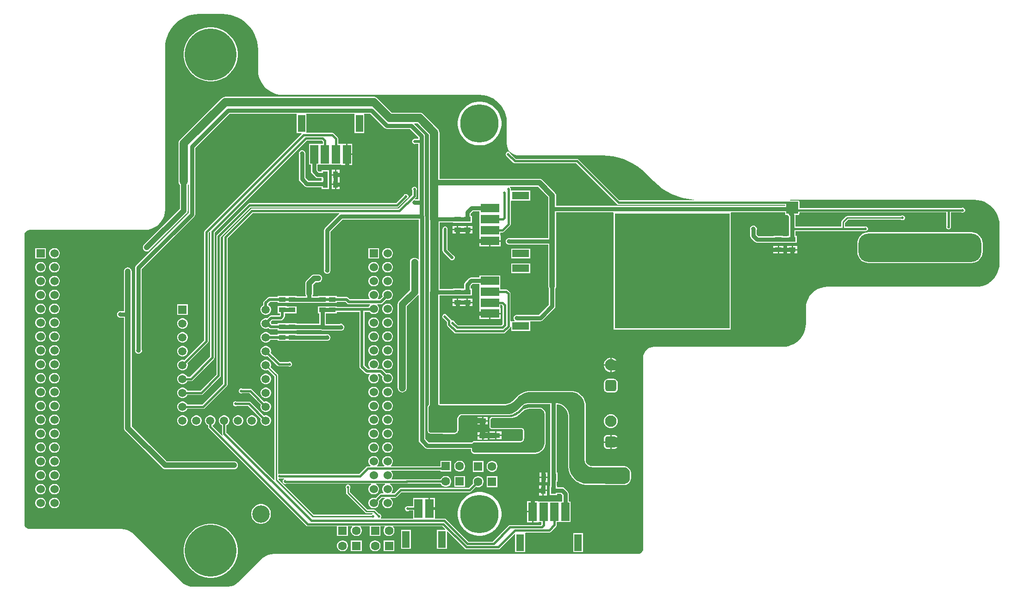
<source format=gbl>
G04*
G04 #@! TF.GenerationSoftware,Altium Limited,Altium Designer,21.3.2 (30)*
G04*
G04 Layer_Physical_Order=2*
G04 Layer_Color=16711680*
%FSTAX25Y25*%
%MOIN*%
G70*
G04*
G04 #@! TF.SameCoordinates,BF941F2B-45D7-4960-A8E1-59923975AC68*
G04*
G04*
G04 #@! TF.FilePolarity,Positive*
G04*
G01*
G75*
%ADD16C,0.01000*%
%ADD20R,0.05512X0.12205*%
%ADD21R,0.05906X0.13386*%
%ADD33R,0.05118X0.03543*%
%ADD34R,0.12205X0.05512*%
%ADD35R,0.13386X0.05906*%
%ADD77C,0.02000*%
%ADD78C,0.01500*%
%ADD79C,0.03000*%
%ADD80C,0.01968*%
%ADD81C,0.05000*%
%ADD82C,0.04000*%
%ADD84C,0.06000*%
%ADD87R,0.82677X0.82677*%
%ADD88R,0.08661X0.08661*%
%ADD89R,0.06299X0.06299*%
%ADD90C,0.06299*%
%ADD91R,0.05937X0.05937*%
%ADD92C,0.05937*%
%ADD93C,0.08268*%
G04:AMPARAMS|DCode=94|XSize=82.68mil|YSize=82.68mil|CornerRadius=20.67mil|HoleSize=0mil|Usage=FLASHONLY|Rotation=90.000|XOffset=0mil|YOffset=0mil|HoleType=Round|Shape=RoundedRectangle|*
%AMROUNDEDRECTD94*
21,1,0.08268,0.04134,0,0,90.0*
21,1,0.04134,0.08268,0,0,90.0*
1,1,0.04134,0.02067,0.02067*
1,1,0.04134,0.02067,-0.02067*
1,1,0.04134,-0.02067,-0.02067*
1,1,0.04134,-0.02067,0.02067*
%
%ADD94ROUNDEDRECTD94*%
%ADD95R,0.06024X0.06024*%
%ADD96C,0.06024*%
%ADD98C,0.12598*%
G04:AMPARAMS|DCode=99|XSize=885.83mil|YSize=204.72mil|CornerRadius=71.65mil|HoleSize=0mil|Usage=FLASHONLY|Rotation=180.000|XOffset=0mil|YOffset=0mil|HoleType=Round|Shape=RoundedRectangle|*
%AMROUNDEDRECTD99*
21,1,0.88583,0.06142,0,0,180.0*
21,1,0.74252,0.20472,0,0,180.0*
1,1,0.14331,-0.37126,0.03071*
1,1,0.14331,0.37126,0.03071*
1,1,0.14331,0.37126,-0.03071*
1,1,0.14331,-0.37126,-0.03071*
%
%ADD99ROUNDEDRECTD99*%
%ADD100C,0.37402*%
%ADD101C,0.03150*%
%ADD102C,0.02362*%
%ADD103C,0.01968*%
%ADD104C,0.02598*%
%ADD105R,0.03543X0.05118*%
%ADD106R,0.06496X0.03740*%
%ADD107R,0.06496X0.12992*%
%ADD108C,0.07000*%
%ADD109C,0.27559*%
G36*
X0172255Y0504792D02*
X0175093Y0504309D01*
X0177859Y0503512D01*
X0180519Y0502411D01*
X0183039Y0501018D01*
X0185387Y0499352D01*
X0187533Y0497434D01*
X0189452Y0495287D01*
X0191118Y0492939D01*
X0192511Y0490419D01*
X0193612Y0487759D01*
X0194409Y0484993D01*
X0194892Y0482155D01*
X0195051Y0479322D01*
X0195042Y047928D01*
Y046459D01*
X0195024D01*
X0195178Y0462237D01*
X0195638Y0459924D01*
X0196396Y0457691D01*
X0197439Y0455576D01*
X0198749Y0453615D01*
X0200304Y0451842D01*
X0202077Y0450287D01*
X0204038Y0448977D01*
X0206153Y0447934D01*
X0208386Y0447176D01*
X0210699Y0446716D01*
X0213052Y0446562D01*
Y044658D01*
X03547D01*
X0354746Y0446589D01*
X0357252Y0446425D01*
X0359761Y0445926D01*
X0362183Y0445104D01*
X0364477Y0443972D01*
X0366604Y0442551D01*
X0368527Y0440865D01*
X0370214Y0438942D01*
X0371635Y0436815D01*
X0372766Y0434521D01*
X0373588Y0432099D01*
X0374087Y042959D01*
X0374252Y0427084D01*
X0374242Y0427038D01*
Y04116D01*
X0374221D01*
X0374388Y0409907D01*
X0374882Y0408279D01*
X0375683Y0406778D01*
X0376763Y0405463D01*
X0378078Y0404384D01*
X0379579Y0403581D01*
X0381207Y0403088D01*
X03829Y0402921D01*
Y0402942D01*
X0417922Y0402942D01*
X0443366Y0402942D01*
X0443416Y0402952D01*
X0447196Y0402787D01*
X0450996Y0402287D01*
X0454739Y0401457D01*
X0458395Y0400305D01*
X0461936Y0398838D01*
X0465337Y0397068D01*
X0468569Y0395008D01*
X0471611Y0392674D01*
X04744Y0390119D01*
X0474428Y0390076D01*
X048018Y0384324D01*
X048018Y0384324D01*
X0480164Y0384308D01*
X0483104Y0381614D01*
X0486268Y0379186D01*
X0489631Y0377043D01*
X0493168Y0375202D01*
X0496852Y0373676D01*
X0500656Y0372477D01*
X0504549Y0371614D01*
X0508503Y0371093D01*
X0509087Y0371068D01*
X0509076Y0370567D01*
X0455349D01*
X0425908Y0400008D01*
X04254Y0400348D01*
X04248Y0400467D01*
X0380749D01*
X0376906Y0404311D01*
X0376702Y0404804D01*
X0376204Y0405302D01*
X0375552Y0405572D01*
X0374848D01*
X0374196Y0405302D01*
X0373698Y0404804D01*
X0373428Y0404152D01*
Y0403448D01*
X0373698Y0402796D01*
X0374196Y0402298D01*
X0374689Y0402094D01*
X0378992Y0397792D01*
X03795Y0397452D01*
X03801Y0397333D01*
X0424151D01*
X0453592Y0367892D01*
X04541Y0367552D01*
X04547Y0367432D01*
X0574766D01*
Y0366632D01*
X0409811D01*
Y03741D01*
X0409716Y0374828D01*
X0409435Y0375506D01*
X0408988Y0376088D01*
X0408988Y0376088D01*
X0399788Y0385288D01*
X0399206Y0385735D01*
X0398528Y0386016D01*
X03978Y0386111D01*
X03978Y0386111D01*
X032582D01*
Y04195D01*
X032569Y0420489D01*
X0325308Y042141D01*
X0324701Y0422201D01*
X0314201Y0432701D01*
X031341Y0433308D01*
X0312489Y043369D01*
X0311994Y0433755D01*
X03115Y043382D01*
X0291582D01*
X0281201Y0444201D01*
X028041Y0444808D01*
X0279489Y044519D01*
X0278994Y0445255D01*
X02785Y044532D01*
X01715D01*
X0170511Y044519D01*
X016959Y0444808D01*
X0168799Y0444201D01*
X0138899Y0414301D01*
X0138292Y041351D01*
X013791Y0412589D01*
X0137845Y0412094D01*
X013778Y04116D01*
Y03844D01*
X013791Y0383411D01*
X0138292Y038249D01*
X0138789Y0381842D01*
Y0364365D01*
X0113012Y0338588D01*
X0112565Y0338006D01*
X0112284Y0337328D01*
X0112188Y03366D01*
X0112284Y0335872D01*
X0112565Y0335194D01*
X0113012Y0334612D01*
X0113594Y0334165D01*
X0114272Y0333884D01*
X0115Y0333788D01*
X0115728Y0333884D01*
X0116406Y0334165D01*
X0116988Y0334612D01*
X0143588Y0361212D01*
X0143588Y0361212D01*
X0144035Y0361794D01*
X0144316Y0362472D01*
X0144412Y03632D01*
X0144411Y03632D01*
Y0381787D01*
X0144678Y0382032D01*
X0145168Y0381851D01*
Y0361466D01*
X0107351Y0323649D01*
X0106845Y0322892D01*
X0106668Y0322D01*
Y0262842D01*
X0106638Y026277D01*
Y026183D01*
X0106997Y0260962D01*
X0107662Y0260297D01*
X010853Y0259938D01*
X010947D01*
X0110338Y0260297D01*
X0111003Y0260962D01*
X0111362Y026183D01*
Y026277D01*
X0111332Y0262842D01*
Y0321034D01*
X0149149Y0358851D01*
X0149655Y0359608D01*
X0149832Y03605D01*
Y0408534D01*
X01745Y0433202D01*
X0222428D01*
X0222835Y0432976D01*
X0222835Y0432702D01*
Y0419197D01*
X0226296D01*
X0226341Y0419137D01*
X022648Y0418697D01*
X0156704Y0348921D01*
X0156364Y0348412D01*
X0156245Y0347813D01*
Y0269649D01*
X0142005Y0255409D01*
X0141181Y025563D01*
X0140192D01*
X0139237Y0255374D01*
X0138381Y0254879D01*
X0137681Y025418D01*
X0137187Y0253324D01*
X0136931Y0252368D01*
Y025138D01*
X0137187Y0250424D01*
X0137681Y0249568D01*
X0138381Y0248869D01*
X0139237Y0248374D01*
X0140192Y0248118D01*
X0141181D01*
X0142136Y0248374D01*
X0142993Y0248869D01*
X0143692Y0249568D01*
X0144187Y0250424D01*
X0144443Y025138D01*
Y0252368D01*
X0144222Y0253192D01*
X0158921Y0267892D01*
X0159261Y02684D01*
X015938Y0269D01*
Y0347163D01*
X0160133Y0347916D01*
X0160633Y0347709D01*
Y0257949D01*
X0146125Y0243442D01*
X0144119D01*
X0143692Y024418D01*
X0142993Y024488D01*
X0142136Y0245374D01*
X0141181Y024563D01*
X0140192D01*
X0139237Y0245374D01*
X0138381Y024488D01*
X0137681Y024418D01*
X0137187Y0243324D01*
X0136931Y0242369D01*
Y024138D01*
X0137187Y0240424D01*
X0137681Y0239568D01*
X0138381Y0238869D01*
X0139237Y0238374D01*
X0140192Y0238118D01*
X0141181D01*
X0142136Y0238374D01*
X0142993Y0238869D01*
X0143692Y0239568D01*
X0144119Y0240306D01*
X0146774D01*
X0147374Y0240426D01*
X0147882Y0240766D01*
X0163308Y0256192D01*
X0163648Y02567D01*
X0163768Y02573D01*
Y0347551D01*
X0230062Y0413845D01*
X0240838D01*
X024174Y0412944D01*
Y0411323D01*
X0239673D01*
X0239567Y0411323D01*
X0239173D01*
X0239067Y0411323D01*
X0231693D01*
Y0396362D01*
X0233101D01*
Y0391567D01*
X0233278Y0390674D01*
X0233784Y0389918D01*
X0236351Y0387351D01*
X0237107Y0386845D01*
X0238Y0386668D01*
X0240945D01*
Y0385654D01*
X0240945D01*
Y0385546D01*
X0240945D01*
Y0384832D01*
X0231266D01*
X0229132Y0386966D01*
Y0403858D01*
X0229162Y040393D01*
Y040487D01*
X0228803Y0405738D01*
X0228138Y0406403D01*
X022727Y0406762D01*
X022633D01*
X0225462Y0406403D01*
X0224797Y0405738D01*
X0224438Y040487D01*
Y040393D01*
X0224468Y0403858D01*
Y0386D01*
X0224645Y0385107D01*
X0225151Y0384351D01*
X0228651Y0380851D01*
X0229408Y0380345D01*
X02303Y0380168D01*
X0240945D01*
Y0378854D01*
X0246063D01*
Y0385546D01*
X0246063D01*
Y0385654D01*
X0246063D01*
Y0392347D01*
X0240945D01*
Y0391332D01*
X0238966D01*
X0237765Y0392533D01*
Y0396362D01*
X0239067D01*
X0239173Y0396362D01*
X0239567D01*
X0239673Y0396362D01*
X0247047D01*
Y0396362D01*
X0247441D01*
Y0396362D01*
X0254691Y0396362D01*
X0255102Y039615D01*
X0255333Y039615D01*
X0258555D01*
Y0403842D01*
Y0411535D01*
X0255333D01*
X0255102Y0411535D01*
X0254691Y0411323D01*
X0252749Y0411323D01*
Y0415119D01*
X0252629Y0415719D01*
X025229Y0416227D01*
X0249708Y0418808D01*
X02492Y0419148D01*
X02486Y0419268D01*
X0229921D01*
Y0432702D01*
X0229921Y0432976D01*
X0230328Y0433202D01*
X026416D01*
X0264567Y0432976D01*
X0264567Y0432702D01*
Y0419197D01*
X0271654D01*
Y0432702D01*
X0271654Y0432976D01*
X027206Y0433202D01*
X0275834D01*
X0286285Y0422751D01*
X0287041Y0422245D01*
X0287934Y0422068D01*
X0304634D01*
X0310668Y0416034D01*
Y0414922D01*
X03079D01*
X03079Y0414922D01*
X0307203Y0414784D01*
X0306611Y0414389D01*
X0306611Y0414389D01*
X0306511Y0414289D01*
X0306367Y0414072D01*
X0306298Y0414004D01*
X0306261Y0413914D01*
X0306116Y0413697D01*
X0306066Y0413442D01*
X0306028Y0413352D01*
Y0413255D01*
X0305978Y0413D01*
X0306028Y0412745D01*
Y0412648D01*
X0306066Y0412558D01*
X0306116Y0412303D01*
X0306261Y0412086D01*
X0306298Y0411996D01*
X0306367Y0411928D01*
X0306511Y0411711D01*
X0306728Y0411567D01*
X0306796Y0411498D01*
X0306886Y0411461D01*
X0307103Y0411316D01*
X0307358Y0411266D01*
X0307448Y0411228D01*
X0307545D01*
X03078Y0411178D01*
X0308055Y0411228D01*
X0308152D01*
X0308242Y0411266D01*
X0308303Y0411278D01*
X0310668D01*
Y0371232D01*
X0308542D01*
X030847Y0371262D01*
X0308186D01*
X0307979Y0371762D01*
X0308808Y0372592D01*
X0309148Y03731D01*
X0309267Y03737D01*
Y0377855D01*
X0309472Y0378348D01*
Y0379052D01*
X0309202Y0379704D01*
X0308704Y0380202D01*
X0308052Y0380472D01*
X0307348D01*
X0306696Y0380202D01*
X0306198Y0379704D01*
X0305928Y0379052D01*
Y0378348D01*
X0306133Y0377855D01*
Y0374349D01*
X0296351Y0364567D01*
X01905D01*
X01899Y0364448D01*
X0189392Y0364108D01*
X0170392Y0345108D01*
X0170052Y03446D01*
X0169932Y0344D01*
Y0238449D01*
X0154925Y0223442D01*
X0144119D01*
X0143692Y022418D01*
X0142993Y022488D01*
X0142136Y0225374D01*
X0141181Y022563D01*
X0140192D01*
X0139237Y0225374D01*
X0138381Y022488D01*
X0137681Y022418D01*
X0137187Y0223324D01*
X0136931Y0222369D01*
Y022138D01*
X0137187Y0220424D01*
X0137681Y0219568D01*
X0138381Y0218869D01*
X0139237Y0218374D01*
X0140192Y0218118D01*
X0141181D01*
X0142136Y0218374D01*
X0142993Y0218869D01*
X0143692Y0219568D01*
X0144119Y0220306D01*
X0155574D01*
X0156174Y0220426D01*
X0156682Y0220766D01*
X0172608Y0236692D01*
X0172948Y02372D01*
X0173067Y02378D01*
Y0343351D01*
X0191149Y0361433D01*
X0253623D01*
X0253775Y0360932D01*
X0253351Y0360649D01*
X0243251Y0350549D01*
X0242745Y0349793D01*
X0242568Y03489D01*
Y0320742D01*
X0242538Y032067D01*
Y031973D01*
X0242897Y0318862D01*
X0243562Y0318197D01*
X024443Y0317838D01*
X024537D01*
X0246238Y0318197D01*
X0246903Y0318862D01*
X0247262Y031973D01*
Y032067D01*
X0247232Y0320742D01*
Y0347934D01*
X0255966Y0356668D01*
X0310764D01*
Y0328129D01*
X0310264Y0327959D01*
X0310045Y0328245D01*
X0309358Y0328771D01*
X0308558Y0329103D01*
X03077Y0329216D01*
X0306842Y0329103D01*
X0306042Y0328771D01*
X0305355Y0328245D01*
X0304829Y0327558D01*
X0304497Y0326758D01*
X0304384Y03259D01*
Y0305673D01*
X0296655Y0297945D01*
X0296129Y0297258D01*
X0295797Y0296458D01*
X0295684Y02956D01*
Y02355D01*
X0295797Y0234642D01*
X0296129Y0233842D01*
X0296655Y0233155D01*
X0297342Y0232628D01*
X0298142Y0232297D01*
X0299Y0232184D01*
X0299858Y0232297D01*
X0300658Y0232628D01*
X0301345Y0233155D01*
X0301871Y0233842D01*
X0302203Y0234642D01*
X0302316Y02355D01*
Y0294227D01*
X0310045Y0301955D01*
X0310264Y0302241D01*
X0310764Y0302071D01*
Y0197704D01*
X0310941Y0196811D01*
X0311447Y0196055D01*
X0315351Y0192151D01*
X0316108Y0191645D01*
X0317Y0191468D01*
X0348497D01*
Y0190122D01*
X0348558Y0189815D01*
X0348848Y0189117D01*
X0349022Y0188856D01*
X0349556Y0188322D01*
X0349816Y0188147D01*
X0350515Y0187858D01*
X0350822Y0187797D01*
X0394739D01*
X0394816Y0187813D01*
X0394895D01*
X0396344Y0188101D01*
X0396417Y0188131D01*
X0396495Y0188146D01*
X039786Y0188712D01*
X0397926Y0188756D01*
X0397999Y0188786D01*
X0399227Y0189607D01*
X0399283Y0189663D01*
X0399349Y0189707D01*
X0400393Y0190751D01*
X0400437Y0190817D01*
X0400493Y0190873D01*
X0401314Y0192101D01*
X0401344Y0192174D01*
X0401388Y019224D01*
X0401954Y0193605D01*
X0401969Y0193683D01*
X0401999Y0193756D01*
X0402287Y0195205D01*
Y0195284D01*
X0402303Y0195361D01*
Y01961D01*
Y02164D01*
Y0216794D01*
X0402287Y0216872D01*
Y0216951D01*
X0402134Y0217723D01*
X0402103Y0217796D01*
X0402088Y0217874D01*
X0401787Y0218602D01*
X0401743Y0218668D01*
X0401712Y0218741D01*
X0401274Y0219396D01*
X0401219Y0219452D01*
X0401175Y0219517D01*
X0400618Y0220075D01*
X0400552Y0220119D01*
X0400496Y0220175D01*
X0399841Y0220612D01*
X0399768Y0220642D01*
X0399702Y0220687D01*
X0398974Y0220988D01*
X0398896Y0221003D01*
X0398823Y0221034D01*
X0398051Y0221187D01*
X0397972D01*
X0397894Y0221203D01*
X0390757D01*
X039068Y0221187D01*
X0390601D01*
X0388669Y0220803D01*
X0388596Y0220773D01*
X0388518Y0220757D01*
X0386698Y0220004D01*
X0386632Y021996D01*
X0386559Y0219929D01*
X0384922Y0218835D01*
X0384865Y0218779D01*
X03848Y0218735D01*
X0384103Y0218039D01*
X0384103Y0218039D01*
X0383275Y0217211D01*
X0382607Y0216604D01*
X0381091Y0215592D01*
X0379427Y0214903D01*
X037764Y0214547D01*
X0376738Y0214503D01*
X0363541D01*
X0363234Y0214442D01*
X0362756Y0214244D01*
X0362496Y021407D01*
X036213Y0213704D01*
X0361956Y0213444D01*
X0361758Y0212966D01*
X0361697Y0212659D01*
Y0207461D01*
X0361758Y0207154D01*
X0361941Y0206713D01*
X0362115Y0206453D01*
X0362115Y0206453D01*
X0362453Y0206115D01*
X0362713Y0205941D01*
X0363154Y0205758D01*
X0363461Y0205697D01*
X0384761D01*
X0384973Y0205676D01*
X0385401Y0205499D01*
X0385699Y0205201D01*
X0385876Y0204773D01*
X0385897Y0204561D01*
Y019912D01*
X0385887Y0198914D01*
X0385803Y0198492D01*
X0385646Y0198113D01*
X0385418Y0197772D01*
X0385128Y0197482D01*
X0384787Y0197254D01*
X0384408Y0197097D01*
X0383986Y0197013D01*
X038378Y0197003D01*
X0350822D01*
X0350515Y0196942D01*
X0349816Y0196652D01*
X0349556Y0196478D01*
X034921Y0196132D01*
X0317966D01*
X0315428Y019867D01*
Y0358904D01*
X0315332Y0359387D01*
Y03689D01*
Y04131D01*
Y0417D01*
X0315155Y0417893D01*
X0314649Y0418649D01*
X0307618Y042568D01*
X0307825Y042618D01*
X0309918D01*
X031818Y0417918D01*
Y03841D01*
Y0357D01*
X031829Y0356163D01*
Y0304837D01*
X031818Y0304D01*
Y0223227D01*
X0318026Y0223124D01*
X0318026Y0223124D01*
X0317576Y0222674D01*
X0317402Y0222413D01*
X0317158Y0221826D01*
X0317097Y0221518D01*
Y0204542D01*
X0317158Y0204235D01*
X0317432Y0203573D01*
X0317606Y0203313D01*
X0317606Y0203313D01*
X0318113Y0202806D01*
X0318373Y0202632D01*
X0319035Y0202358D01*
X0319342Y0202297D01*
X0319997D01*
X0336495Y0202197D01*
X0336498Y0202198D01*
X03365Y0202197D01*
X0336918D01*
X0337225Y0202258D01*
X0337997Y0202578D01*
X0338257Y0202752D01*
X0338848Y0203343D01*
X0339022Y0203603D01*
X0339342Y0204375D01*
X0339403Y0204682D01*
Y021288D01*
X0339416Y0213154D01*
X0339527Y0213711D01*
X0339737Y0214217D01*
X0340041Y0214672D01*
X0340428Y0215059D01*
X0340883Y0215364D01*
X0341389Y0215573D01*
X0341946Y0215684D01*
X034222Y0215697D01*
X0374858D01*
X0375843Y0215697D01*
X037592Y0215713D01*
X0375999D01*
X0377931Y0216097D01*
X0378004Y0216127D01*
X0378082Y0216143D01*
X0379902Y0216896D01*
X0379968Y021694D01*
X0380041Y021697D01*
X0381679Y0218065D01*
X0381734Y0218121D01*
X03818Y0218165D01*
X0382497Y0218861D01*
X0385454Y0221818D01*
X0385917Y0222238D01*
X038697Y0222942D01*
X0388123Y0223419D01*
X0389366Y0223667D01*
X0389989Y0223697D01*
X0405668Y0223697D01*
Y0174313D01*
X0405612D01*
Y016762D01*
X040569D01*
Y0164764D01*
X0405315D01*
Y0158071D01*
X0410433D01*
Y0159085D01*
X0413117D01*
X0414203Y0157999D01*
Y0153543D01*
X0412902D01*
X0412795Y0153543D01*
X0412402D01*
X0412295Y0153543D01*
X0404921D01*
Y0153543D01*
X0404528D01*
Y0153543D01*
X0397278Y0153543D01*
X0396866Y0153756D01*
X0396635Y0153756D01*
X0393413D01*
Y0146063D01*
Y013837D01*
X0396635D01*
X0396866Y013837D01*
X0397278Y0138583D01*
X039922Y0138583D01*
Y0136937D01*
X0398738Y0136455D01*
X0376687D01*
X0376087Y0136336D01*
X0375579Y0135996D01*
X0364051Y0124468D01*
X0346661D01*
X0337708Y013342D01*
X0337708Y013342D01*
X033042Y0140708D01*
X0329911Y0141048D01*
X0329312Y0141167D01*
X0322457D01*
Y0147925D01*
X0318504D01*
Y0148425D01*
X0318004D01*
Y0156118D01*
X0314551D01*
Y0156118D01*
X031437Y0155905D01*
X030689D01*
Y0150067D01*
X0303062D01*
X0303052Y0150072D01*
X0302348D01*
X0301696Y0149802D01*
X0301198Y0149304D01*
X0300928Y0148652D01*
Y0147948D01*
X0301198Y0147296D01*
X0301696Y0146798D01*
X0302348Y0146528D01*
X0303052D01*
X0303704Y0146798D01*
X0303838Y0146932D01*
X030689D01*
Y0141167D01*
X028368D01*
X0283473Y0141667D01*
X0283602Y0141796D01*
X0283872Y0142448D01*
Y0143152D01*
X0283602Y0143804D01*
X0283104Y0144302D01*
X0282452Y0144572D01*
X0282185D01*
X0279528Y0147228D01*
X0279102Y0147513D01*
X02786Y0147613D01*
X0273844D01*
X0261213Y0160244D01*
Y0162607D01*
X0261402Y0162796D01*
X0261672Y0163448D01*
Y0164152D01*
X0261402Y0164804D01*
X0260904Y0165302D01*
X0260252Y0165572D01*
X0259548D01*
X0258896Y0165302D01*
X0258398Y0164804D01*
X0258128Y0164152D01*
Y0163448D01*
X0258398Y0162796D01*
X0258587Y0162607D01*
Y01597D01*
X0258687Y0159198D01*
X0258972Y0158772D01*
X0272372Y0145372D01*
X0272798Y0145087D01*
X02733Y0144987D01*
X027755D01*
X027756Y0144972D01*
X0277366Y0144516D01*
X02773Y0144452D01*
X0276696Y0144202D01*
X0276507Y0144013D01*
X0235044D01*
X0209782Y0169274D01*
X0209809Y0169576D01*
X0210248Y0169928D01*
X0210952D01*
X0211445Y0170133D01*
X0213954D01*
X0214053Y0169632D01*
X0213496Y0169402D01*
X0212998Y0168904D01*
X0212728Y0168252D01*
Y0167548D01*
X0212998Y0166896D01*
X0213496Y0166398D01*
X0214148Y0166128D01*
X0214852D01*
X0215226Y0166283D01*
X0276517D01*
X0276651Y0165783D01*
X0276056Y016544D01*
X0275349Y0164733D01*
X0274849Y0163866D01*
X027459Y01629D01*
Y01619D01*
X0274849Y0160934D01*
X0275349Y0160067D01*
X0276056Y015936D01*
X0276922Y015886D01*
X0277889Y0158601D01*
X0278889D01*
X0279855Y015886D01*
X0280722Y015936D01*
X0281429Y0160067D01*
X0281929Y0160934D01*
X0282188Y01619D01*
Y01629D01*
X0281929Y0163866D01*
X0281429Y0164733D01*
X0280722Y016544D01*
X0280127Y0165783D01*
X0280261Y0166283D01*
X0286517D01*
X028665Y0165783D01*
X0286056Y016544D01*
X0285349Y0164733D01*
X0284849Y0163866D01*
X028459Y01629D01*
Y01619D01*
X0284849Y0160934D01*
X0285349Y0160067D01*
X0285649Y0159767D01*
X0285441Y0159267D01*
X0283689D01*
X0283089Y0159148D01*
X0282581Y0158808D01*
X0279743Y0155971D01*
X0278889Y0156199D01*
X0277889D01*
X0276922Y015594D01*
X0276056Y015544D01*
X0275349Y0154733D01*
X0274849Y0153866D01*
X027459Y01529D01*
Y01519D01*
X0274849Y0150934D01*
X0275349Y0150067D01*
X0276056Y014936D01*
X0276922Y014886D01*
X0277889Y0148601D01*
X0278889D01*
X0279855Y014886D01*
X0280722Y014936D01*
X0281429Y0150067D01*
X0281929Y0150934D01*
X0282188Y01519D01*
Y01529D01*
X028196Y0153754D01*
X0284338Y0156132D01*
X0286255D01*
X0286389Y0155632D01*
X0286056Y015544D01*
X0285349Y0154733D01*
X0284849Y0153866D01*
X028459Y01529D01*
Y01519D01*
X0284849Y0150934D01*
X0285349Y0150067D01*
X0286056Y014936D01*
X0286923Y014886D01*
X0287889Y0148601D01*
X0288889D01*
X0289855Y014886D01*
X0290722Y014936D01*
X0291429Y0150067D01*
X0291929Y0150934D01*
X0292188Y01519D01*
Y01529D01*
X0291929Y0153866D01*
X0291429Y0154733D01*
X0290722Y015544D01*
X0290389Y0155632D01*
X0290523Y0156132D01*
X02937D01*
X02943Y0156252D01*
X0294808Y0156592D01*
X0298349Y0160133D01*
X0347553D01*
X0348153Y0160252D01*
X0348661Y0160592D01*
X0352186Y0164117D01*
X0353134Y0163863D01*
X0354171D01*
X0355172Y0164131D01*
X035607Y016465D01*
X0356803Y0165383D01*
X0357322Y016628D01*
X035759Y0167282D01*
Y0168318D01*
X0357322Y016932D01*
X0356803Y0170217D01*
X035607Y017095D01*
X0355172Y0171469D01*
X0354171Y0171737D01*
X0353134D01*
X0352133Y0171469D01*
X0351235Y017095D01*
X0350502Y0170217D01*
X0349984Y016932D01*
X0349716Y0168318D01*
Y0167282D01*
X034997Y0166334D01*
X0346903Y0163268D01*
X02977D01*
X02971Y0163148D01*
X0296592Y0162808D01*
X0293051Y0159267D01*
X0291336D01*
X0291129Y0159767D01*
X0291429Y0160067D01*
X0291929Y0160934D01*
X0292188Y01619D01*
Y01629D01*
X0291929Y0163866D01*
X0291429Y0164733D01*
X0290722Y016544D01*
X0290127Y0165783D01*
X0290261Y0166283D01*
X0302269D01*
X0302517Y0166332D01*
X0326659D01*
X032715Y0165483D01*
X0327883Y016475D01*
X032878Y0164231D01*
X0329782Y0163963D01*
X0330818D01*
X033182Y0164231D01*
X0332717Y016475D01*
X033345Y0165483D01*
X0333969Y016638D01*
X0334237Y0167382D01*
Y0168418D01*
X0333969Y016942D01*
X033345Y0170317D01*
X0332717Y017105D01*
X033182Y0171569D01*
X0330818Y0171837D01*
X0329782D01*
X032878Y0171569D01*
X0327883Y017105D01*
X032715Y0170317D01*
X0326659Y0169467D01*
X0302318D01*
X0302071Y0169418D01*
X0291434D01*
X0291242Y016988D01*
X0291429Y0170067D01*
X0291929Y0170934D01*
X0292188Y01719D01*
Y01729D01*
X0291929Y0173866D01*
X0291429Y0174733D01*
X0290929Y0175233D01*
X0291137Y0175733D01*
X0326363D01*
Y0174963D01*
X0334237D01*
Y0182837D01*
X0326363D01*
Y0178867D01*
X0290835D01*
X0290732Y0179252D01*
X0290729Y0179367D01*
X0291429Y0180067D01*
X0291929Y0180934D01*
X0292188Y01819D01*
Y01829D01*
X0291929Y0183866D01*
X0291429Y0184733D01*
X0290722Y018544D01*
X0289855Y018594D01*
X0288889Y0186199D01*
X0287889D01*
X0286923Y018594D01*
X0286056Y018544D01*
X0285349Y0184733D01*
X0284849Y0183866D01*
X028459Y01829D01*
Y01819D01*
X0284849Y0180934D01*
X0285349Y0180067D01*
X0286049Y0179367D01*
X0286046Y0179252D01*
X0285943Y0178867D01*
X0280835D01*
X0280732Y0179252D01*
X0280729Y0179367D01*
X0281429Y0180067D01*
X0281929Y0180934D01*
X0282188Y01819D01*
Y01829D01*
X0281929Y0183866D01*
X0281429Y0184733D01*
X0280722Y018544D01*
X0279855Y018594D01*
X0278889Y0186199D01*
X0277889D01*
X0276922Y018594D01*
X0276056Y018544D01*
X0275349Y0184733D01*
X0274849Y0183866D01*
X027459Y01829D01*
Y01819D01*
X0274849Y0180934D01*
X0275349Y0180067D01*
X0276049Y0179367D01*
X0276046Y0179252D01*
X0275943Y0178867D01*
X02741D01*
X02735Y0178748D01*
X0272992Y0178408D01*
X0267851Y0173267D01*
X0211445D01*
X0210952Y0173472D01*
X0210248D01*
X0210013Y0173374D01*
X0209513Y0173708D01*
Y0244361D01*
X0209413Y0244863D01*
X0209128Y0245289D01*
X0204116Y0250301D01*
X0204187Y0250424D01*
X0204443Y025138D01*
Y0252368D01*
X0204187Y0253324D01*
X0203692Y025418D01*
X0202993Y0254879D01*
X0202136Y0255374D01*
X0201181Y025563D01*
X0200192D01*
X0199237Y0255374D01*
X019838Y0254879D01*
X0197681Y025418D01*
X0197187Y0253324D01*
X0196931Y0252368D01*
Y025138D01*
X0197187Y0250424D01*
X0197681Y0249568D01*
X019838Y0248869D01*
X0199237Y0248374D01*
X0200192Y0248118D01*
X0201181D01*
X0202136Y0248374D01*
X0202259Y0248445D01*
X0206887Y0243817D01*
Y0169237D01*
X0206387Y0169029D01*
X0172254Y0203163D01*
Y0208442D01*
X0172993Y0208869D01*
X0173692Y0209568D01*
X0174187Y0210424D01*
X0174443Y021138D01*
Y0212368D01*
X0174187Y0213324D01*
X0173692Y021418D01*
X0172993Y0214879D01*
X0172136Y0215374D01*
X0171181Y021563D01*
X0170192D01*
X0169237Y0215374D01*
X016838Y0214879D01*
X0167681Y021418D01*
X0167187Y0213324D01*
X0166931Y0212368D01*
Y021138D01*
X0167187Y0210424D01*
X0167681Y0209568D01*
X016838Y0208869D01*
X0169119Y0208442D01*
Y0202513D01*
X0169238Y0201913D01*
X0169496Y0201528D01*
X0169108Y0201209D01*
X0162331Y0207986D01*
X0162376Y0208512D01*
X0162993Y0208869D01*
X0163692Y0209568D01*
X0164187Y0210424D01*
X0164443Y021138D01*
Y0212368D01*
X0164187Y0213324D01*
X0163692Y021418D01*
X0162993Y0214879D01*
X0162136Y0215374D01*
X0161181Y021563D01*
X0160192D01*
X0159237Y0215374D01*
X015838Y0214879D01*
X0157681Y021418D01*
X0157187Y0213324D01*
X0156931Y0212368D01*
Y021138D01*
X0157187Y0210424D01*
X0157681Y0209568D01*
X015838Y0208869D01*
X0159119Y0208442D01*
Y0207413D01*
X0159239Y0206814D01*
X0159578Y0206305D01*
X0229805Y0136079D01*
X0230313Y0135739D01*
X0230913Y0135619D01*
X0251963D01*
Y0128563D01*
X0259837D01*
Y0135619D01*
X0262799D01*
X026299Y0135158D01*
X026275Y0134917D01*
X0262231Y013402D01*
X0261963Y0133018D01*
Y0131982D01*
X0262231Y013098D01*
X026275Y0130083D01*
X0263483Y012935D01*
X026438Y0128831D01*
X0265382Y0128563D01*
X0266418D01*
X026742Y0128831D01*
X0268317Y012935D01*
X026905Y0130083D01*
X0269569Y013098D01*
X0269837Y0131982D01*
Y0133018D01*
X0269569Y013402D01*
X026905Y0134917D01*
X026881Y0135158D01*
X0269002Y0135619D01*
X0275463D01*
Y0128563D01*
X0283337D01*
Y0135619D01*
X0286298D01*
X028649Y0135158D01*
X028625Y0134917D01*
X0285731Y013402D01*
X0285463Y0133018D01*
Y0131982D01*
X0285731Y013098D01*
X028625Y0130083D01*
X0286983Y012935D01*
X028788Y0128831D01*
X0288882Y0128563D01*
X0289918D01*
X029092Y0128831D01*
X0291817Y012935D01*
X029255Y0130083D01*
X0293069Y013098D01*
X0293337Y0131982D01*
Y0133018D01*
X0293069Y013402D01*
X029255Y0134917D01*
X029231Y0135158D01*
X0292501Y0135619D01*
X032784D01*
X0329927Y0133533D01*
X0329736Y0133071D01*
X0324016D01*
Y0119291D01*
X0331102D01*
Y0131704D01*
X0331564Y0131896D01*
X0343968Y0119492D01*
X0344477Y0119152D01*
X0345077Y0119033D01*
X03681D01*
X03687Y0119152D01*
X0369208Y0119492D01*
X0379853Y0130136D01*
X0380315Y0129945D01*
Y0116929D01*
X0387402D01*
Y0130709D01*
X0387768Y0131033D01*
X04047D01*
X04053Y0131152D01*
X0405808Y0131492D01*
X040977Y0135453D01*
X041011Y0135962D01*
X0410229Y0136561D01*
Y0138583D01*
X0412295D01*
X0412402Y0138583D01*
X0412795D01*
X0412902Y0138583D01*
X0420276D01*
Y0153543D01*
X0418868D01*
Y0158965D01*
X041869Y0159857D01*
X0418185Y0160614D01*
X0415732Y0163066D01*
X0414975Y0163572D01*
X0414083Y016375D01*
X0410433D01*
Y0164764D01*
X0410355D01*
Y016762D01*
X041073D01*
Y0174313D01*
X0410332D01*
Y0223231D01*
X0410719Y0223548D01*
X0411977Y0223297D01*
X0413642Y0222608D01*
X041514Y0221606D01*
X0416415Y0220332D01*
X0417416Y0218834D01*
X0418106Y0217169D01*
X0418461Y0215382D01*
X0418505Y021448D01*
Y0179192D01*
X0418505Y0178347D01*
X0418516Y0178295D01*
X0418512Y0178242D01*
X0418733Y0176566D01*
X041875Y0176516D01*
X0418753Y0176463D01*
X0419191Y0174831D01*
X0419214Y0174784D01*
X0419225Y0174732D01*
X0419871Y017317D01*
X0419901Y0173126D01*
X0419918Y0173076D01*
X0420763Y0171613D01*
X0420798Y0171573D01*
X0420821Y0171525D01*
X042185Y0170185D01*
X042189Y017015D01*
X0421919Y0170106D01*
X0423114Y0168911D01*
X0423158Y0168881D01*
X0423193Y0168841D01*
X0424534Y0167813D01*
X0424581Y0167789D01*
X0424621Y0167754D01*
X0426085Y0166909D01*
X0426135Y0166892D01*
X0426179Y0166863D01*
X042774Y0166216D01*
X0427792Y0166206D01*
X0427839Y0166182D01*
X0429472Y0165745D01*
X0429525Y0165742D01*
X0429575Y0165725D01*
X043125Y0165504D01*
X0431303Y0165507D01*
X0431355Y0165497D01*
X0432197Y0165497D01*
X0458594Y0165297D01*
X0458607Y01653D01*
X045862Y0165297D01*
X0459115Y016531D01*
X0459182Y0165325D01*
X0459251D01*
X046004Y0165482D01*
X0460113Y0165512D01*
X0460191Y0165527D01*
X0460991Y0165859D01*
X0461057Y0165903D01*
X046113Y0165933D01*
X0461851Y0166415D01*
X0461907Y0166471D01*
X0461973Y0166515D01*
X0462585Y0167127D01*
X0462629Y0167193D01*
X0462685Y0167249D01*
X0463167Y016797D01*
X0463197Y0168043D01*
X0463241Y0168108D01*
X0463573Y0168909D01*
X0463588Y0168987D01*
X0463618Y016906D01*
X0463787Y016991D01*
Y0169989D01*
X0463803Y0170067D01*
X0463803Y01705D01*
X0463803Y01738D01*
X0463803Y01738D01*
Y0173801D01*
X0463802Y0173806D01*
X0463803Y0173811D01*
X0463797Y0174273D01*
X0463782Y0174345D01*
Y0174419D01*
X0463618Y017524D01*
X0463588Y0175313D01*
X0463573Y0175391D01*
X0463241Y0176191D01*
X0463197Y0176257D01*
X0463167Y017633D01*
X0462685Y0177051D01*
X0462629Y0177107D01*
X0462585Y0177173D01*
X0461973Y0177785D01*
X0461907Y0177829D01*
X0461851Y0177885D01*
X046113Y0178367D01*
X0461057Y0178397D01*
X0460991Y0178441D01*
X0460191Y0178773D01*
X0460113Y0178788D01*
X046004Y0178818D01*
X045919Y0178987D01*
X0459111D01*
X0459033Y0179003D01*
X04586Y0179003D01*
X043592Y0179003D01*
X043545Y0179026D01*
X0434509Y0179213D01*
X043364Y0179573D01*
X0432859Y0180095D01*
X0432195Y0180759D01*
X0431673Y0181541D01*
X0431313Y0182409D01*
X0431126Y018335D01*
X0431103Y018382D01*
Y02224D01*
X0431103Y02224D01*
X0431103Y0223385D01*
X0431087Y0223462D01*
Y0223541D01*
X0430703Y0225473D01*
X0430673Y0225547D01*
X0430657Y0225624D01*
X0429904Y0227444D01*
X042986Y022751D01*
X0429829Y0227583D01*
X0428735Y0229221D01*
X0428679Y0229277D01*
X0428635Y0229342D01*
X0427242Y0230735D01*
X0427177Y0230779D01*
X0427121Y0230835D01*
X0425483Y0231929D01*
X042541Y023196D01*
X0425344Y0232004D01*
X0423524Y0232757D01*
X0423447Y0232773D01*
X0423374Y0232803D01*
X0421442Y0233187D01*
X0421362D01*
X0421285Y0233203D01*
X04203Y0233203D01*
X0391587Y0233203D01*
X0391587Y0233203D01*
X0390936Y0233203D01*
X0390897Y0233195D01*
X0390858Y0233199D01*
X0389562Y0233071D01*
X0389524Y023306D01*
X0389484D01*
X0388208Y0232806D01*
X0388171Y0232791D01*
X0388131Y0232787D01*
X0386886Y0232409D01*
X0386851Y023239D01*
X0386812Y0232382D01*
X0385609Y0231884D01*
X0385576Y0231862D01*
X0385538Y0231851D01*
X038439Y0231237D01*
X0384359Y0231212D01*
X0384323Y0231197D01*
X038324Y0230474D01*
X0383212Y0230445D01*
X0383177Y0230427D01*
X0382171Y0229601D01*
X0382146Y022957D01*
X0382113Y0229548D01*
X0381652Y0229088D01*
X0381652Y0229088D01*
X0378875Y0226311D01*
X0378206Y0225705D01*
X0376692Y0224692D01*
X0375026Y0224003D01*
X0373239Y0223647D01*
X0372338Y0223603D01*
X0326199D01*
X0325989Y022369D01*
X032582Y0223712D01*
Y0302195D01*
X033542D01*
Y0301969D01*
X0342113D01*
Y0301969D01*
X0342475D01*
Y0301969D01*
X0349168D01*
Y0307087D01*
X0348153D01*
Y0308855D01*
X0349564Y0310266D01*
X0354583D01*
Y0308965D01*
X0354583Y0308858D01*
Y0308465D01*
X0354583Y0308358D01*
Y0300984D01*
X0354583D01*
Y030059D01*
X0354583D01*
X0354583Y0293341D01*
X035437Y0292929D01*
X035437Y0292698D01*
Y0289476D01*
X0362063D01*
X0369756D01*
Y0292698D01*
X0369756Y0292929D01*
X0369543Y0293341D01*
X0369543Y0295283D01*
X03704D01*
X0371233Y0294451D01*
Y0281249D01*
X0370451Y0280468D01*
X0339149D01*
X0336906Y0282711D01*
X0336702Y0283204D01*
X0336204Y0283702D01*
X0335552Y0283972D01*
X0334848D01*
X0334735Y0283925D01*
X0334165Y028423D01*
X0334126Y0284421D01*
X0333787Y028493D01*
X0331348Y0287368D01*
X0331144Y0287861D01*
X0330646Y0288359D01*
X0329995Y0288629D01*
X032929D01*
X0328639Y0288359D01*
X032814Y0287861D01*
X0327871Y028721D01*
Y0286505D01*
X032814Y0285854D01*
X0328639Y0285355D01*
X0329132Y0285151D01*
X0331111Y0283172D01*
Y0281155D01*
X033123Y0280556D01*
X033157Y0280047D01*
X0336425Y0275192D01*
X0336934Y0274852D01*
X0337534Y0274732D01*
X0372D01*
X03726Y0274852D01*
X0373108Y0275192D01*
X0376508Y0278592D01*
X0376848Y02791D01*
X0376917Y0279448D01*
X0377417Y0279398D01*
Y0276378D01*
X0391197D01*
Y0283465D01*
X0391695Y0283468D01*
X03984D01*
X0399292Y0283645D01*
X0400049Y0284151D01*
X0408649Y0292751D01*
X0409155Y0293508D01*
X0409332Y02944D01*
Y0307161D01*
X0409435Y0307294D01*
X0409716Y0307972D01*
X0409811Y03087D01*
Y0341D01*
Y0361968D01*
X0450898D01*
X0451282Y0361688D01*
X0451282Y0361468D01*
Y0277436D01*
X0535534D01*
Y0361468D01*
X0535534Y0361688D01*
X0535918Y0361968D01*
X0574734D01*
X0574766Y0361935D01*
Y0360969D01*
X0574782Y0360892D01*
Y0360182D01*
X0575492D01*
X0575569Y0360167D01*
X0576535D01*
X0577668Y0359034D01*
Y0351403D01*
X0577568Y03509D01*
Y0345079D01*
X0576553D01*
Y0344852D01*
X0573246D01*
Y0345079D01*
X0566553D01*
Y0344852D01*
X0555446D01*
X0554332Y0345966D01*
Y0349458D01*
X0554362Y034953D01*
Y035047D01*
X0554003Y0351338D01*
X0553338Y0352003D01*
X055247Y0352362D01*
X055153D01*
X0550662Y0352003D01*
X0549997Y0351338D01*
X0549638Y035047D01*
Y034953D01*
X0549668Y0349458D01*
Y0345D01*
X0549845Y0344108D01*
X0550351Y0343351D01*
X0552831Y0340871D01*
X0553588Y0340365D01*
X055448Y0340188D01*
X0566553D01*
Y0339961D01*
X0573246D01*
Y0340188D01*
X0576553D01*
Y0339961D01*
X0583247D01*
Y0345079D01*
X0582232D01*
Y0348533D01*
X0631755D01*
X0632248Y0348328D01*
X0632952D01*
X0633604Y0348598D01*
X0634102Y0349096D01*
X0634372Y0349748D01*
Y0350452D01*
X0634102Y0351104D01*
X0633604Y0351602D01*
X0632952Y0351872D01*
X0632248D01*
X0631755Y0351667D01*
X0617813D01*
Y0354356D01*
X0620144Y0356687D01*
X0658107D01*
X0658296Y0356498D01*
X0658948Y0356228D01*
X0659652D01*
X0660304Y0356498D01*
X0660802Y0356996D01*
X0661072Y0357648D01*
Y0358352D01*
X0660802Y0359004D01*
X0660304Y0359502D01*
X0659652Y0359772D01*
X0658948D01*
X0658296Y0359502D01*
X0658107Y0359313D01*
X06196D01*
X0619098Y0359213D01*
X0618672Y0358928D01*
X0615572Y0355828D01*
X0615287Y0355402D01*
X0615187Y03549D01*
Y0351667D01*
X0582332D01*
Y036D01*
X0582469Y0360167D01*
X0584231D01*
X0584308Y0360182D01*
X0585018D01*
Y0360892D01*
X0585034Y0360969D01*
Y0361932D01*
X0690933D01*
Y0352345D01*
X0690728Y0351852D01*
Y0351148D01*
X0690998Y0350496D01*
X0691496Y0349998D01*
X0692148Y0349728D01*
X0692852D01*
X0693504Y0349998D01*
X0694002Y0350496D01*
X0694272Y0351148D01*
Y0351852D01*
X0694067Y0352345D01*
Y0361932D01*
X0701755D01*
X0702248Y0361728D01*
X0702952D01*
X0703604Y0361998D01*
X0704102Y0362496D01*
X0704372Y0363148D01*
Y0363852D01*
X0704102Y0364504D01*
X0703604Y0365002D01*
X0702952Y0365272D01*
X0702248D01*
X0701755Y0365068D01*
X0585034D01*
Y0369631D01*
X0585018Y0369708D01*
Y0370418D01*
X0584308D01*
X0584231Y0370433D01*
X0578304D01*
X0578296Y0370442D01*
X0578527Y0370942D01*
X07111D01*
X0711135Y0370949D01*
X0713469Y0370796D01*
X0715798Y0370333D01*
X0718046Y036957D01*
X0720176Y036852D01*
X072215Y03672D01*
X0723935Y0365635D01*
X07255Y036385D01*
X072682Y0361876D01*
X072787Y0359746D01*
X0728633Y0357498D01*
X0729096Y0355169D01*
X0729249Y0352835D01*
X0729242Y03528D01*
Y0325283D01*
X0729247Y0325258D01*
X0729103Y032306D01*
X0728669Y0320875D01*
X0727953Y0318765D01*
X0726967Y0316767D01*
X0725729Y0314915D01*
X072426Y031324D01*
X0722585Y0311771D01*
X0720733Y0310533D01*
X0718735Y0309547D01*
X0716625Y0308831D01*
X071444Y0308397D01*
X0712242Y0308253D01*
X0712217Y0308258D01*
X0605158D01*
Y0308285D01*
X0602742Y0308095D01*
X0600386Y0307529D01*
X0598147Y0306602D01*
X0596081Y0305336D01*
X0594238Y0303762D01*
X0592664Y0301919D01*
X0591398Y0299853D01*
X0590471Y0297614D01*
X0589905Y0295257D01*
X0589715Y0292842D01*
X0589742D01*
Y02818D01*
X0589747Y0281776D01*
X0589605Y0279601D01*
X0589175Y0277439D01*
X0588466Y0275352D01*
X0587491Y0273376D01*
X0586267Y0271543D01*
X0584814Y0269886D01*
X0583157Y0268433D01*
X0581324Y0267209D01*
X0579348Y0266234D01*
X0577261Y0265525D01*
X0575099Y0265095D01*
X0572924Y0264953D01*
X05729Y0264958D01*
X04901Y0264958D01*
X048025D01*
Y0264975D01*
X0478743Y0264826D01*
X0477294Y0264387D01*
X0475958Y0263673D01*
X0474788Y0262712D01*
X0473827Y0261542D01*
X0473113Y0260206D01*
X0472674Y0258757D01*
X0472525Y025725D01*
X0472542D01*
Y01195D01*
X0472545Y0119488D01*
X0472412Y0118479D01*
X0472018Y0117527D01*
X047139Y0116709D01*
X0470573Y0116082D01*
X0469621Y0115688D01*
X0468612Y0115555D01*
X04686Y0115558D01*
X02065D01*
Y0115578D01*
X0204443Y0115416D01*
X0202437Y0114934D01*
X0200531Y0114145D01*
X0198771Y0113067D01*
X0197202Y0111727D01*
X0197217Y0111712D01*
X0181471Y0095966D01*
X0180505Y0095001D01*
X0180469Y0094947D01*
X0178993Y0093735D01*
X0177252Y0092805D01*
X0175364Y0092232D01*
X0173463Y0092045D01*
X01734Y0092058D01*
X0148D01*
X0147985Y0092055D01*
X0146276Y0092189D01*
X0144595Y0092593D01*
X0142998Y0093254D01*
X0141524Y0094158D01*
X0140221Y009527D01*
X0140212Y0095284D01*
X0105783Y0129712D01*
X0105798Y0129727D01*
X0104229Y0131067D01*
X010247Y0132145D01*
X0100563Y0132934D01*
X0098557Y0133416D01*
X00965Y0133578D01*
Y0133558D01*
X00307D01*
X0030688Y0133555D01*
X0029679Y0133688D01*
X0028727Y0134082D01*
X0027909Y013471D01*
X0027282Y0135527D01*
X0026888Y0136479D01*
X0026755Y0137488D01*
X0026758Y01375D01*
Y01424D01*
Y03455D01*
X0026756Y034551D01*
X0026886Y0346495D01*
X002727Y0347423D01*
X0027881Y0348219D01*
X0028677Y034883D01*
X0029605Y0349215D01*
X003059Y0349344D01*
X00306Y0349342D01*
X0113525D01*
Y0349318D01*
X0115802Y0349497D01*
X0118024Y035003D01*
X0120134Y0350904D01*
X0122082Y0352098D01*
X0123819Y0353581D01*
X0125302Y0355318D01*
X0126496Y0357266D01*
X012737Y0359377D01*
X0127903Y0361598D01*
X0128082Y0363875D01*
X0128058D01*
Y0480289D01*
X0128051Y0480325D01*
X0128204Y0483051D01*
X0128667Y0485777D01*
X0129432Y0488435D01*
X0130491Y049099D01*
X0131829Y049341D01*
X0133429Y0495666D01*
X0135272Y0497728D01*
X0137334Y0499571D01*
X013959Y0501171D01*
X014201Y0502509D01*
X0144565Y0503568D01*
X0147223Y0504333D01*
X0149949Y0504796D01*
X0152675Y0504949D01*
X0152711Y0504942D01*
X016938D01*
X0169422Y0504951D01*
X0172255Y0504792D01*
D02*
G37*
G36*
X0404188Y0372936D02*
Y03643D01*
Y0343332D01*
X0376542D01*
X037647Y0343362D01*
X037553D01*
X0374662Y0343003D01*
X0373997Y0342338D01*
X0373638Y034147D01*
Y034053D01*
X0373997Y0339662D01*
X0374662Y0338997D01*
X037553Y0338638D01*
X037647D01*
X0376542Y0338668D01*
X0404188D01*
Y03087D01*
X0404284Y0307972D01*
X0404565Y0307294D01*
X0404668Y0307161D01*
Y0295366D01*
X0397434Y0288132D01*
X0382042D01*
X038197Y0288162D01*
X038103D01*
X0380162Y0287803D01*
X0379497Y0287138D01*
X0379138Y028627D01*
Y028533D01*
X0379497Y0284462D01*
X0379995Y0283964D01*
X0379788Y0283465D01*
X0377467D01*
X0377417Y0283465D01*
X0376968Y0283586D01*
Y03033D01*
X0376848Y03039D01*
X0376508Y0304408D01*
X0375084Y0305833D01*
X0374575Y0306173D01*
X0373976Y0306292D01*
X0369543D01*
Y0308358D01*
X0369543Y0308465D01*
Y0308858D01*
X0369543Y0308965D01*
Y0316339D01*
X0354583D01*
Y0314931D01*
X0348598D01*
X0347706Y0314753D01*
X0346949Y0314247D01*
X0344172Y031147D01*
X0343667Y0310714D01*
X0343489Y0309821D01*
Y0307087D01*
X0342475D01*
Y0307087D01*
X0342113D01*
Y0307087D01*
X033542D01*
Y030686D01*
X032593D01*
Y0354557D01*
X033542D01*
Y0354331D01*
X0342113D01*
Y0354331D01*
X0342475D01*
Y0354331D01*
X0349168D01*
Y0359449D01*
X0348332D01*
Y0361034D01*
X0349927Y0362628D01*
X0354583D01*
Y0361327D01*
X0354583Y0361221D01*
Y0360827D01*
X0354583Y036072D01*
Y0353346D01*
X0354583D01*
Y0352953D01*
X0354583D01*
X0354583Y0345703D01*
X035437Y0345291D01*
X035437Y034506D01*
Y0341839D01*
X0362063D01*
X0369756D01*
Y034506D01*
X0369756Y0345291D01*
X0369543Y0345703D01*
X0369543Y0347533D01*
X03712D01*
X03718Y0347652D01*
X0372308Y0347992D01*
X0376621Y0352304D01*
X037696Y0352812D01*
X037708Y0353412D01*
Y0370112D01*
X0377417Y0370472D01*
X037758Y0370473D01*
X0391197D01*
Y0377559D01*
X037758D01*
X0377417Y0377559D01*
X037708Y0377919D01*
Y0378026D01*
X0377172Y0378248D01*
Y0378952D01*
X0376902Y0379604D01*
X0376517Y0379989D01*
X0376677Y0380488D01*
X0396635D01*
X0404188Y0372936D01*
D02*
G37*
G36*
X04203Y02324D02*
X0421285Y02324D01*
X0423217Y0232016D01*
X0425037Y0231262D01*
X0426675Y0230168D01*
X0428067Y0228775D01*
X0429162Y0227137D01*
X0429916Y0225317D01*
X04303Y0223385D01*
X04303Y02224D01*
X04303D01*
X04303Y02224D01*
Y01838D01*
X0430327Y0183251D01*
X0430541Y0182174D01*
X0430961Y018116D01*
X0431571Y0180247D01*
X0432347Y0179471D01*
X043326Y0178861D01*
X0434274Y0178441D01*
X0435351Y0178227D01*
X04359Y01782D01*
X04586Y01782D01*
X0459033Y01782D01*
X0459883Y0178031D01*
X0460684Y0177699D01*
X0461405Y0177218D01*
X0462018Y0176605D01*
X0462499Y0175884D01*
X0462831Y0175083D01*
X0462994Y0174263D01*
X0463Y0173801D01*
Y01738D01*
X0463D01*
X0463Y01738D01*
X0463Y01705D01*
X0463Y0170067D01*
X0462831Y0169217D01*
X0462499Y0168416D01*
X0462018Y0167695D01*
X0461405Y0167082D01*
X0460684Y0166601D01*
X0459883Y0166269D01*
X0459095Y0166112D01*
X04586Y01661D01*
X04586Y01661D01*
X04322Y01663D01*
X0431355Y01663D01*
X0429679Y0166521D01*
X0428047Y0166958D01*
X0426486Y0167605D01*
X0425022Y016845D01*
X0423682Y0169478D01*
X0422487Y0170673D01*
X0421458Y0172014D01*
X0420613Y0173478D01*
X0419966Y0175039D01*
X0419529Y0176671D01*
X0419308Y0178347D01*
X0419308Y0179192D01*
Y02145D01*
X041926Y021548D01*
X0418878Y0217403D01*
X0418127Y0219214D01*
X0417038Y0220844D01*
X0415652Y022223D01*
X0414022Y0223319D01*
X0412211Y0224069D01*
X0410288Y0224452D01*
X0409308Y02245D01*
X038997Y02245D01*
X0389267Y0224465D01*
X0387889Y0224191D01*
X038659Y0223653D01*
X0385421Y0222872D01*
X03849Y02224D01*
X0381929Y0219429D01*
X0381233Y0218733D01*
X0379595Y0217638D01*
X0377775Y0216884D01*
X0375843Y02165D01*
X0374858Y02165D01*
X03422D01*
X0341847Y0216483D01*
X0341155Y0216345D01*
X0340503Y0216075D01*
X0339916Y0215683D01*
X0339417Y0215184D01*
X0339025Y0214597D01*
X0338755Y0213945D01*
X0338617Y0213253D01*
X03386Y02129D01*
Y0204682D01*
X033828Y020391D01*
X033769Y020332D01*
X0336918Y0203D01*
X03365D01*
X032Y02031D01*
X0319342D01*
X031868Y0203374D01*
X0318174Y020388D01*
X03179Y0204542D01*
Y0221518D01*
X0318144Y0222106D01*
X0318594Y0222556D01*
X0319182Y02228D01*
X0372358D01*
X0373338Y0222848D01*
X0375261Y0223231D01*
X0377072Y0223981D01*
X0378702Y022507D01*
X0379429Y0225729D01*
X0379429Y0225729D01*
X038222Y022852D01*
X038268Y022898D01*
X0383686Y0229806D01*
X0384769Y0230529D01*
X0385916Y0231143D01*
X0387119Y0231641D01*
X0388365Y0232018D01*
X0389641Y0232272D01*
X0390936Y02324D01*
X0391587Y02324D01*
X0391587Y02324D01*
X04203Y02324D01*
D02*
G37*
G36*
X0398667Y0220246D02*
X0399395Y0219945D01*
X040005Y0219507D01*
X0400607Y021895D01*
X0401045Y0218295D01*
X0401346Y0217567D01*
X04015Y0216794D01*
Y02164D01*
Y01961D01*
Y0195361D01*
X0401212Y0193912D01*
X0400646Y0192547D01*
X0399826Y0191319D01*
X0398781Y0190274D01*
X0397553Y0189454D01*
X0396188Y0188888D01*
X0394739Y01886D01*
X0350822D01*
X0350124Y0188889D01*
X0349589Y0189424D01*
X03493Y0190122D01*
Y01905D01*
Y01943D01*
Y0194678D01*
X0349589Y0195376D01*
X0350124Y0195911D01*
X0350822Y01962D01*
X03838D01*
X0384084Y0196214D01*
X0384642Y0196325D01*
X0385167Y0196542D01*
X038564Y0196858D01*
X0386042Y019726D01*
X0386358Y0197733D01*
X0386575Y0198258D01*
X0386686Y0198816D01*
X03867Y01991D01*
Y02046D01*
X0386664Y0204971D01*
X038638Y0205656D01*
X0385856Y020618D01*
X0385171Y0206464D01*
X03848Y02065D01*
X0363461D01*
X036302Y0206683D01*
X0362683Y020702D01*
X03625Y0207461D01*
Y02077D01*
Y02124D01*
Y0212659D01*
X0362698Y0213136D01*
X0363064Y0213502D01*
X0363541Y02137D01*
X0376758D01*
X0377738Y0213748D01*
X0379661Y0214131D01*
X0381472Y0214881D01*
X0383102Y021597D01*
X0383829Y0216629D01*
X0383829D01*
X0384671Y0217471D01*
X0385367Y0218167D01*
X0387005Y0219262D01*
X0388825Y0220016D01*
X0390757Y02204D01*
X0397894D01*
X0398667Y0220246D01*
D02*
G37*
%LPC*%
G36*
X0162262Y0495256D02*
X0159707D01*
X0157174Y0494922D01*
X0154707Y0494261D01*
X0152346Y0493284D01*
X0150134Y0492006D01*
X0148107Y0490451D01*
X0146301Y0488645D01*
X0144746Y0486618D01*
X0143468Y0484406D01*
X0142491Y0482045D01*
X014183Y0479578D01*
X0141496Y0477045D01*
Y047449D01*
X014183Y0471958D01*
X0142491Y046949D01*
X0143468Y046713D01*
X0144746Y0464917D01*
X0146301Y0462891D01*
X0148107Y0461084D01*
X0150134Y0459529D01*
X0152346Y0458252D01*
X0154707Y0457274D01*
X0157174Y0456613D01*
X0159707Y045628D01*
X0162262D01*
X0164794Y0456613D01*
X0167262Y0457274D01*
X0169622Y0458252D01*
X0171835Y0459529D01*
X0173861Y0461084D01*
X0175668Y0462891D01*
X0177223Y0464917D01*
X01785Y046713D01*
X0179478Y046949D01*
X0180139Y0471958D01*
X0180472Y047449D01*
Y0477045D01*
X0180139Y0479578D01*
X0179478Y0482045D01*
X01785Y0484406D01*
X0177223Y0486618D01*
X0175668Y0488645D01*
X0173861Y0490451D01*
X0171835Y0492006D01*
X0169622Y0493284D01*
X0167262Y0494261D01*
X0164794Y0494922D01*
X0162262Y0495256D01*
D02*
G37*
G36*
X0355701Y0441756D02*
X0354669Y0441756D01*
X0354669Y0441756D01*
X0353637Y0441756D01*
X035159Y0441486D01*
X0349596Y0440952D01*
X0347689Y0440162D01*
X0345901Y043913D01*
X0344264Y0437873D01*
X0342804Y0436413D01*
X0341547Y0434776D01*
X0340515Y0432988D01*
X0339725Y0431081D01*
X0339191Y0429087D01*
X0338921Y042704D01*
X0338921Y0426008D01*
X0338921Y0426008D01*
X0338921Y0424976D01*
X0339191Y0422929D01*
X0339725Y0420935D01*
X0340515Y0419028D01*
X0341547Y041724D01*
X0342804Y0415602D01*
X0344264Y0414142D01*
X0345901Y0412886D01*
X0347689Y0411854D01*
X0349597Y0411063D01*
X035159Y0410529D01*
X0353637Y041026D01*
X0354669D01*
X0355702Y041026D01*
X0357748Y0410529D01*
X0359742Y0411063D01*
X0361649Y0411853D01*
X0363437Y0412886D01*
X0365075Y0414142D01*
X0366535Y0415602D01*
X0367791Y041724D01*
X0368824Y0419028D01*
X0369614Y0420935D01*
X0370148Y0422929D01*
X0370417Y0424975D01*
X0370417Y0426008D01*
X0370417Y0426008D01*
X0370417Y0426008D01*
X0370417Y042704D01*
X0370148Y0429087D01*
X0369613Y0431081D01*
X0368824Y0432988D01*
X0367791Y0434776D01*
X0366535Y0436413D01*
X0365075Y0437873D01*
X0363437Y043913D01*
X0361649Y0440162D01*
X0359742Y0440952D01*
X0357748Y0441486D01*
X0355701Y0441756D01*
D02*
G37*
G36*
X0259555Y0411535D02*
Y0404343D01*
X0263008D01*
Y0411535D01*
X0259555D01*
D02*
G37*
G36*
X0263008Y0403342D02*
X0259555D01*
Y039615D01*
X0263008D01*
Y0403342D01*
D02*
G37*
G36*
X0253756Y0392559D02*
X0251484D01*
Y03895D01*
X0253756D01*
Y0392559D01*
D02*
G37*
G36*
X0250484D02*
X0248213D01*
Y03895D01*
X0250484D01*
Y0392559D01*
D02*
G37*
G36*
X0253756Y03885D02*
X0250984D01*
X0248213D01*
Y0385441D01*
Y03827D01*
X0250984D01*
X0253756D01*
Y0385441D01*
Y03885D01*
D02*
G37*
G36*
Y03817D02*
X0251484D01*
Y0378641D01*
X0253756D01*
Y03817D01*
D02*
G37*
G36*
X0250484D02*
X0248213D01*
Y0378641D01*
X0250484D01*
Y03817D01*
D02*
G37*
G36*
X0583459Y0337811D02*
X05804D01*
Y0335539D01*
X0583459D01*
Y0337811D01*
D02*
G37*
G36*
X0573459D02*
X05704D01*
Y0335539D01*
X0573459D01*
Y0337811D01*
D02*
G37*
G36*
X05794D02*
X0576341D01*
Y0335539D01*
X05794D01*
Y0337811D01*
D02*
G37*
G36*
X05694D02*
X0566341D01*
Y0335539D01*
X05694D01*
Y0337811D01*
D02*
G37*
G36*
X0583459Y0334539D02*
X05804D01*
Y0332268D01*
X0583459D01*
Y0334539D01*
D02*
G37*
G36*
X05794D02*
X0576341D01*
Y0332268D01*
X05794D01*
Y0334539D01*
D02*
G37*
G36*
X0573459D02*
X05704D01*
Y0332268D01*
X0573459D01*
Y0334539D01*
D02*
G37*
G36*
X05694D02*
X0566341D01*
Y0332268D01*
X05694D01*
Y0334539D01*
D02*
G37*
G36*
X0288889Y0336199D02*
X0287889D01*
X0286923Y033594D01*
X0286056Y033544D01*
X0285349Y0334733D01*
X0284849Y0333866D01*
X028459Y03329D01*
Y03319D01*
X0284849Y0330934D01*
X0285349Y0330067D01*
X0286056Y032936D01*
X0286923Y032886D01*
X0287889Y0328601D01*
X0288889D01*
X0289855Y032886D01*
X0290722Y032936D01*
X0291429Y0330067D01*
X0291929Y0330934D01*
X0292188Y03319D01*
Y03329D01*
X0291929Y0333866D01*
X0291429Y0334733D01*
X0290722Y033544D01*
X0289855Y033594D01*
X0288889Y0336199D01*
D02*
G37*
G36*
X0282188D02*
X027459D01*
Y0328601D01*
X0282188D01*
Y0336199D01*
D02*
G37*
G36*
X0048889D02*
X0047889D01*
X0046922Y033594D01*
X0046056Y033544D01*
X0045349Y0334733D01*
X0044849Y0333866D01*
X004459Y03329D01*
Y03319D01*
X0044849Y0330934D01*
X0045349Y0330067D01*
X0046056Y032936D01*
X0046922Y032886D01*
X0047889Y0328601D01*
X0048889D01*
X0049855Y032886D01*
X0050722Y032936D01*
X0051429Y0330067D01*
X0051929Y0330934D01*
X0052188Y03319D01*
Y03329D01*
X0051929Y0333866D01*
X0051429Y0334733D01*
X0050722Y033544D01*
X0049855Y033594D01*
X0048889Y0336199D01*
D02*
G37*
G36*
X0042188D02*
X003459D01*
Y0328601D01*
X0042188D01*
Y0336199D01*
D02*
G37*
G36*
X0709035Y0347577D02*
X0634784D01*
X0633224Y0347424D01*
X0631725Y0346969D01*
X0630344Y0346231D01*
X0629133Y0345237D01*
X0628139Y0344026D01*
X06274Y0342644D01*
X0626946Y0341145D01*
X0626792Y0339586D01*
Y0333444D01*
X0626946Y0331885D01*
X06274Y0330386D01*
X0628139Y0329005D01*
X0629133Y0327794D01*
X0630344Y03268D01*
X0631725Y0326061D01*
X0633224Y0325607D01*
X0634784Y0325453D01*
X0709035D01*
X0710594Y0325607D01*
X0712093Y0326061D01*
X0713475Y03268D01*
X0714686Y0327794D01*
X071568Y0329005D01*
X0716418Y0330386D01*
X0716873Y0331885D01*
X0717027Y0333444D01*
Y0339586D01*
X0716873Y0341145D01*
X0716418Y0342644D01*
X071568Y0344026D01*
X0714686Y0345237D01*
X0713475Y0346231D01*
X0712093Y0346969D01*
X0710594Y0347424D01*
X0709035Y0347577D01*
D02*
G37*
G36*
X0288889Y0326199D02*
X0287889D01*
X0286923Y032594D01*
X0286056Y032544D01*
X0285349Y0324733D01*
X0284849Y0323866D01*
X028459Y03229D01*
Y03219D01*
X0284849Y0320934D01*
X0285349Y0320067D01*
X0286056Y031936D01*
X0286923Y031886D01*
X0287889Y0318601D01*
X0288889D01*
X0289855Y031886D01*
X0290722Y031936D01*
X0291429Y0320067D01*
X0291929Y0320934D01*
X0292188Y03219D01*
Y03229D01*
X0291929Y0323866D01*
X0291429Y0324733D01*
X0290722Y032544D01*
X0289855Y032594D01*
X0288889Y0326199D01*
D02*
G37*
G36*
X0278889D02*
X0277889D01*
X0276922Y032594D01*
X0276056Y032544D01*
X0275349Y0324733D01*
X0274849Y0323866D01*
X027459Y03229D01*
Y03219D01*
X0274849Y0320934D01*
X0275349Y0320067D01*
X0276056Y031936D01*
X0276922Y031886D01*
X0277889Y0318601D01*
X0278889D01*
X0279855Y031886D01*
X0280722Y031936D01*
X0281429Y0320067D01*
X0281929Y0320934D01*
X0282188Y03219D01*
Y03229D01*
X0281929Y0323866D01*
X0281429Y0324733D01*
X0280722Y032544D01*
X0279855Y032594D01*
X0278889Y0326199D01*
D02*
G37*
G36*
X0048889D02*
X0047889D01*
X0046922Y032594D01*
X0046056Y032544D01*
X0045349Y0324733D01*
X0044849Y0323866D01*
X004459Y03229D01*
Y03219D01*
X0044849Y0320934D01*
X0045349Y0320067D01*
X0046056Y031936D01*
X0046922Y031886D01*
X0047889Y0318601D01*
X0048889D01*
X0049855Y031886D01*
X0050722Y031936D01*
X0051429Y0320067D01*
X0051929Y0320934D01*
X0052188Y03219D01*
Y03229D01*
X0051929Y0323866D01*
X0051429Y0324733D01*
X0050722Y032544D01*
X0049855Y032594D01*
X0048889Y0326199D01*
D02*
G37*
G36*
X0038889D02*
X0037889D01*
X0036922Y032594D01*
X0036056Y032544D01*
X0035349Y0324733D01*
X0034849Y0323866D01*
X003459Y03229D01*
Y03219D01*
X0034849Y0320934D01*
X0035349Y0320067D01*
X0036056Y031936D01*
X0036922Y031886D01*
X0037889Y0318601D01*
X0038889D01*
X0039855Y031886D01*
X0040722Y031936D01*
X0041429Y0320067D01*
X0041929Y0320934D01*
X0042188Y03219D01*
Y03229D01*
X0041929Y0323866D01*
X0041429Y0324733D01*
X0040722Y032544D01*
X0039855Y032594D01*
X0038889Y0326199D01*
D02*
G37*
G36*
X0288889Y0316199D02*
X0287889D01*
X0286923Y031594D01*
X0286056Y031544D01*
X0285349Y0314733D01*
X0284849Y0313866D01*
X028459Y03129D01*
Y03119D01*
X0284849Y0310934D01*
X0285349Y0310067D01*
X0286056Y030936D01*
X0286923Y030886D01*
X0287889Y0308601D01*
X0288889D01*
X0289855Y030886D01*
X0290722Y030936D01*
X0291429Y0310067D01*
X0291929Y0310934D01*
X0292188Y03119D01*
Y03129D01*
X0291929Y0313866D01*
X0291429Y0314733D01*
X0290722Y031544D01*
X0289855Y031594D01*
X0288889Y0316199D01*
D02*
G37*
G36*
X0278889D02*
X0277889D01*
X0276922Y031594D01*
X0276056Y031544D01*
X0275349Y0314733D01*
X0274849Y0313866D01*
X027459Y03129D01*
Y03119D01*
X0274849Y0310934D01*
X0275349Y0310067D01*
X0276056Y030936D01*
X0276922Y030886D01*
X0277889Y0308601D01*
X0278889D01*
X0279855Y030886D01*
X0280722Y030936D01*
X0281429Y0310067D01*
X0281929Y0310934D01*
X0282188Y03119D01*
Y03129D01*
X0281929Y0313866D01*
X0281429Y0314733D01*
X0280722Y031544D01*
X0279855Y031594D01*
X0278889Y0316199D01*
D02*
G37*
G36*
X0048889D02*
X0047889D01*
X0046922Y031594D01*
X0046056Y031544D01*
X0045349Y0314733D01*
X0044849Y0313866D01*
X004459Y03129D01*
Y03119D01*
X0044849Y0310934D01*
X0045349Y0310067D01*
X0046056Y030936D01*
X0046922Y030886D01*
X0047889Y0308601D01*
X0048889D01*
X0049855Y030886D01*
X0050722Y030936D01*
X0051429Y0310067D01*
X0051929Y0310934D01*
X0052188Y03119D01*
Y03129D01*
X0051929Y0313866D01*
X0051429Y0314733D01*
X0050722Y031544D01*
X0049855Y031594D01*
X0048889Y0316199D01*
D02*
G37*
G36*
X0038889D02*
X0037889D01*
X0036922Y031594D01*
X0036056Y031544D01*
X0035349Y0314733D01*
X0034849Y0313866D01*
X003459Y03129D01*
Y03119D01*
X0034849Y0310934D01*
X0035349Y0310067D01*
X0036056Y030936D01*
X0036922Y030886D01*
X0037889Y0308601D01*
X0038889D01*
X0039855Y030886D01*
X0040722Y030936D01*
X0041429Y0310067D01*
X0041929Y0310934D01*
X0042188Y03119D01*
Y03129D01*
X0041929Y0313866D01*
X0041429Y0314733D01*
X0040722Y031544D01*
X0039855Y031594D01*
X0038889Y0316199D01*
D02*
G37*
G36*
X02355Y0317111D02*
X0234772Y0317016D01*
X0234094Y0316735D01*
X0233512Y0316288D01*
X0233512Y0316288D01*
X0230012Y0312788D01*
X0229565Y0312206D01*
X0229284Y0311528D01*
X0229188Y03108D01*
X0229188Y03108D01*
Y03035D01*
X0229284Y0302772D01*
X0229565Y0302094D01*
X0229659Y0301972D01*
X022959Y0301472D01*
X0222947D01*
Y0301699D01*
X0216254D01*
Y0301699D01*
X0215946Y0301713D01*
Y0301713D01*
X0215759Y0301713D01*
X0209254D01*
Y0300977D01*
X0203154D01*
X0203154Y0300977D01*
X0202457Y0300838D01*
X0201866Y0300443D01*
X0201866Y0300443D01*
X0199398Y0297975D01*
X0199003Y0297384D01*
X0198864Y0296687D01*
X0198864Y0296687D01*
Y0295159D01*
X019838Y029488D01*
X0197681Y029418D01*
X0197187Y0293324D01*
X0196931Y0292369D01*
Y029138D01*
X0197187Y0290424D01*
X0197681Y0289568D01*
X019838Y0288869D01*
X0199237Y0288374D01*
X0200192Y0288118D01*
X0201181D01*
X0202136Y0288374D01*
X0202993Y0288869D01*
X0203692Y0289568D01*
X0204187Y0290424D01*
X0204443Y029138D01*
Y0292369D01*
X0204187Y0293324D01*
X0203692Y029418D01*
X0202993Y029488D01*
X0202509Y0295159D01*
Y0295932D01*
X0203909Y0297332D01*
X0209254D01*
Y0296595D01*
X0215946D01*
Y0296595D01*
X0216254Y0296581D01*
Y0296581D01*
X0216441Y0296581D01*
X0222947D01*
Y0296808D01*
X0238053D01*
Y0296581D01*
X0244746D01*
Y0296581D01*
X0245054D01*
Y0296581D01*
X0251747D01*
Y0297318D01*
X0258105D01*
X0259211Y0296211D01*
X0259211Y0296211D01*
X0259803Y0295816D01*
X02605Y0295678D01*
X0275587D01*
X0275794Y0295178D01*
X0275349Y0294733D01*
X0274849Y0293866D01*
X0274845Y0293852D01*
X0251747D01*
Y0294219D01*
X0245054D01*
Y0294219D01*
X0244746D01*
Y0294219D01*
X0238053D01*
Y0289101D01*
X0239068D01*
Y0281686D01*
X0222947D01*
Y0281913D01*
X0216254D01*
Y0281913D01*
X0215946D01*
Y0281913D01*
X0209254D01*
Y0281322D01*
X0204881D01*
X0204443Y0281761D01*
Y0282368D01*
X0204298Y0282908D01*
X0205367Y0283978D01*
X02114D01*
X02114Y0283978D01*
X0212097Y0284116D01*
X0212689Y0284511D01*
X0213889Y0285711D01*
X0213889Y0285711D01*
X0214284Y0286303D01*
X0214422Y0287D01*
X0214422Y0287D01*
Y0289115D01*
X0215946D01*
Y0289115D01*
X0216254Y0289101D01*
Y0289101D01*
X0216441Y0289101D01*
X0222947D01*
Y0294219D01*
X0216254D01*
Y0294219D01*
X0215946Y0294233D01*
Y0294233D01*
X0215759Y0294233D01*
X0209254D01*
Y0289115D01*
X0210778D01*
Y0287755D01*
X0210645Y0287622D01*
X0204613D01*
X0203915Y0287484D01*
X0203324Y0287089D01*
X0203324Y0287089D01*
X0201721Y0285485D01*
X0201181Y028563D01*
X0200192D01*
X0199237Y0285374D01*
X019838Y0284879D01*
X0197681Y028418D01*
X0197187Y0283324D01*
X0196931Y0282368D01*
Y028138D01*
X0197187Y0280424D01*
X0197681Y0279568D01*
X019838Y0278869D01*
X0199237Y0278374D01*
X0200192Y0278118D01*
X0201181D01*
X0202136Y0278374D01*
X0202478Y0278571D01*
X0202837Y0278211D01*
X0202837Y0278211D01*
X0203429Y0277816D01*
X0204126Y0277678D01*
X0204126Y0277678D01*
X0209254D01*
Y0276795D01*
X0215946D01*
Y0276795D01*
X0216254D01*
Y0276795D01*
X0222947D01*
Y0277022D01*
X0240579D01*
X0241354Y0276868D01*
X0254258D01*
X025433Y0276838D01*
X025527D01*
X0256138Y0277197D01*
X0256803Y0277862D01*
X0257162Y027873D01*
Y027967D01*
X0256803Y0280538D01*
X0256138Y0281203D01*
X025527Y0281562D01*
X025433D01*
X0254258Y0281532D01*
X0243732D01*
Y0289101D01*
X0244746D01*
Y0289101D01*
X0245054D01*
Y0289101D01*
X0251747D01*
Y0290208D01*
X0268078D01*
Y02508D01*
X0268078Y02508D01*
X0268216Y0250103D01*
X0268611Y0249511D01*
X0272111Y0246011D01*
X0272111Y0246011D01*
X0272703Y0245616D01*
X02734Y0245478D01*
X02734Y0245478D01*
X0275387D01*
X0275594Y0244978D01*
X0275349Y0244733D01*
X0274849Y0243866D01*
X027459Y02429D01*
Y02419D01*
X0274849Y0240934D01*
X0275349Y0240067D01*
X0276056Y023936D01*
X0276922Y023886D01*
X0277889Y0238601D01*
X0278889D01*
X0279855Y023886D01*
X0280722Y023936D01*
X0281429Y0240067D01*
X0281929Y0240934D01*
X0282188Y02419D01*
Y02429D01*
X0281929Y0243866D01*
X0281429Y0244733D01*
X0281184Y0244978D01*
X0281391Y0245478D01*
X0282734D01*
X0284742Y0243469D01*
X028459Y02429D01*
Y02419D01*
X0284849Y0240934D01*
X0285349Y0240067D01*
X0286056Y023936D01*
X0286923Y023886D01*
X0287889Y0238601D01*
X0288889D01*
X0289855Y023886D01*
X0290722Y023936D01*
X0291429Y0240067D01*
X0291929Y0240934D01*
X0292188Y02419D01*
Y02429D01*
X0291929Y0243866D01*
X0291429Y0244733D01*
X0290722Y024544D01*
X0289855Y024594D01*
X0288889Y0246199D01*
X0287889D01*
X028732Y0246047D01*
X0284778Y0248589D01*
X0284186Y0248984D01*
X0283489Y0249122D01*
X0283489Y0249122D01*
X0281191D01*
X0280984Y0249622D01*
X0281429Y0250067D01*
X0281929Y0250934D01*
X0282188Y02519D01*
Y02529D01*
X0281929Y0253866D01*
X0281429Y0254733D01*
X0280722Y025544D01*
X0279855Y025594D01*
X0278889Y0256199D01*
X0277889D01*
X0276922Y025594D01*
X0276056Y025544D01*
X0275349Y0254733D01*
X0274849Y0253866D01*
X027459Y02529D01*
Y02519D01*
X0274849Y0250934D01*
X0275349Y0250067D01*
X0275794Y0249622D01*
X0275587Y0249122D01*
X0274155D01*
X0271722Y0251555D01*
Y0290208D01*
X0275268D01*
X0275349Y0290067D01*
X0276056Y028936D01*
X0276922Y028886D01*
X0277889Y0288601D01*
X0278889D01*
X0279855Y028886D01*
X0280722Y028936D01*
X0281429Y0290067D01*
X0281929Y0290934D01*
X0282188Y02919D01*
Y02929D01*
X0281929Y0293866D01*
X0281429Y0294733D01*
X0280984Y0295178D01*
X0281191Y0295678D01*
X0283489D01*
X0283489Y0295678D01*
X0284186Y0295816D01*
X0284778Y0296211D01*
X028732Y0298753D01*
X0287889Y0298601D01*
X0288889D01*
X0289855Y029886D01*
X0290722Y029936D01*
X0291429Y0300067D01*
X0291929Y0300934D01*
X0292188Y03019D01*
Y03029D01*
X0291929Y0303866D01*
X0291429Y0304733D01*
X0290722Y030544D01*
X0289855Y030594D01*
X0288889Y0306199D01*
X0287889D01*
X0286923Y030594D01*
X0286056Y030544D01*
X0285349Y0304733D01*
X0284849Y0303866D01*
X028459Y03029D01*
Y03019D01*
X0284742Y0301331D01*
X0282734Y0299322D01*
X0281391D01*
X0281184Y0299822D01*
X0281429Y0300067D01*
X0281929Y0300934D01*
X0282188Y03019D01*
Y03029D01*
X0281929Y0303866D01*
X0281429Y0304733D01*
X0280722Y030544D01*
X0279855Y030594D01*
X0278889Y0306199D01*
X0277889D01*
X0276922Y030594D01*
X0276056Y030544D01*
X0275349Y0304733D01*
X0274849Y0303866D01*
X027459Y03029D01*
Y03019D01*
X0274849Y0300934D01*
X0275349Y0300067D01*
X0275594Y0299822D01*
X0275387Y0299322D01*
X0261255D01*
X0260149Y0300429D01*
X0259557Y0300824D01*
X025886Y0300963D01*
X025886Y0300963D01*
X0251747D01*
Y0301699D01*
X0245054D01*
Y0301699D01*
X0244746D01*
Y0301699D01*
X0238053D01*
Y0301472D01*
X0234411D01*
X0234341Y0301972D01*
X0234435Y0302094D01*
X0234716Y0302772D01*
X0234811Y03035D01*
Y0309635D01*
X0236665Y0311489D01*
X02385D01*
X0239228Y0311584D01*
X0239906Y0311865D01*
X0240488Y0312312D01*
X0240935Y0312894D01*
X0241216Y0313572D01*
X0241312Y03143D01*
X0241216Y0315028D01*
X0240935Y0315706D01*
X0240488Y0316288D01*
X0239906Y0316735D01*
X0239228Y0317016D01*
X02385Y0317111D01*
X02355D01*
X02355Y0317111D01*
D02*
G37*
G36*
X0048889Y0306199D02*
X0047889D01*
X0046922Y030594D01*
X0046056Y030544D01*
X0045349Y0304733D01*
X0044849Y0303866D01*
X004459Y03029D01*
Y03019D01*
X0044849Y0300934D01*
X0045349Y0300067D01*
X0046056Y029936D01*
X0046922Y029886D01*
X0047889Y0298601D01*
X0048889D01*
X0049855Y029886D01*
X0050722Y029936D01*
X0051429Y0300067D01*
X0051929Y0300934D01*
X0052188Y03019D01*
Y03029D01*
X0051929Y0303866D01*
X0051429Y0304733D01*
X0050722Y030544D01*
X0049855Y030594D01*
X0048889Y0306199D01*
D02*
G37*
G36*
X0038889D02*
X0037889D01*
X0036922Y030594D01*
X0036056Y030544D01*
X0035349Y0304733D01*
X0034849Y0303866D01*
X003459Y03029D01*
Y03019D01*
X0034849Y0300934D01*
X0035349Y0300067D01*
X0036056Y029936D01*
X0036922Y029886D01*
X0037889Y0298601D01*
X0038889D01*
X0039855Y029886D01*
X0040722Y029936D01*
X0041429Y0300067D01*
X0041929Y0300934D01*
X0042188Y03019D01*
Y03029D01*
X0041929Y0303866D01*
X0041429Y0304733D01*
X0040722Y030544D01*
X0039855Y030594D01*
X0038889Y0306199D01*
D02*
G37*
G36*
X034938Y0299819D02*
X0346321D01*
Y0297547D01*
X034938D01*
Y0299819D01*
D02*
G37*
G36*
X0338266D02*
X0335207D01*
Y0297547D01*
X0338266D01*
Y0299819D01*
D02*
G37*
G36*
X034938Y0296547D02*
X0346321D01*
Y0294276D01*
X034938D01*
Y0296547D01*
D02*
G37*
G36*
X0345321Y0299819D02*
X0339266D01*
Y0297047D01*
Y0294276D01*
X0345321D01*
Y0297047D01*
Y0299819D01*
D02*
G37*
G36*
X0338266Y0296547D02*
X0335207D01*
Y0294276D01*
X0338266D01*
Y0296547D01*
D02*
G37*
G36*
X01013Y0322222D02*
X0100572Y0322126D01*
X0099894Y0321845D01*
X0099312Y0321398D01*
X0098865Y0320816D01*
X0098584Y0320138D01*
X0098488Y0319411D01*
Y029085D01*
X0096288D01*
X0096216Y029088D01*
X0095276D01*
X0094408Y0290521D01*
X0093743Y0289856D01*
X0093384Y0288988D01*
Y0288048D01*
X0093743Y028718D01*
X0094408Y0286516D01*
X0095276Y0286156D01*
X0096216D01*
X0096288Y0286186D01*
X0098488D01*
Y02064D01*
X0098488Y02064D01*
X0098584Y0205672D01*
X0098865Y0204994D01*
X0099312Y0204412D01*
X0126112Y0177612D01*
X0126112Y0177612D01*
X0126694Y0177165D01*
X0127372Y0176884D01*
X01281Y0176789D01*
X01778D01*
X0178528Y0176884D01*
X0179206Y0177165D01*
X0179788Y0177612D01*
X0180235Y0178194D01*
X0180516Y0178872D01*
X0180611Y01796D01*
X0180516Y0180328D01*
X0180235Y0181006D01*
X0179788Y0181588D01*
X0179206Y0182035D01*
X0178528Y0182316D01*
X01778Y0182411D01*
X0129264D01*
X0104111Y0207565D01*
Y02885D01*
Y0319411D01*
X0104016Y0320138D01*
X0103735Y0320816D01*
X0103288Y0321398D01*
X0102706Y0321845D01*
X0102028Y0322126D01*
X01013Y0322222D01*
D02*
G37*
G36*
X0288889Y0296199D02*
X0287889D01*
X0286923Y029594D01*
X0286056Y029544D01*
X0285349Y0294733D01*
X0284849Y0293866D01*
X028459Y02929D01*
Y02919D01*
X0284849Y0290934D01*
X0285349Y0290067D01*
X0286056Y028936D01*
X0286923Y028886D01*
X0287889Y0288601D01*
X0288889D01*
X0289855Y028886D01*
X0290722Y028936D01*
X0291429Y0290067D01*
X0291929Y0290934D01*
X0292188Y02919D01*
Y02929D01*
X0291929Y0293866D01*
X0291429Y0294733D01*
X0290722Y029544D01*
X0289855Y029594D01*
X0288889Y0296199D01*
D02*
G37*
G36*
X0048889D02*
X0047889D01*
X0046922Y029594D01*
X0046056Y029544D01*
X0045349Y0294733D01*
X0044849Y0293866D01*
X004459Y02929D01*
Y02919D01*
X0044849Y0290934D01*
X0045349Y0290067D01*
X0046056Y028936D01*
X0046922Y028886D01*
X0047889Y0288601D01*
X0048889D01*
X0049855Y028886D01*
X0050722Y028936D01*
X0051429Y0290067D01*
X0051929Y0290934D01*
X0052188Y02919D01*
Y02929D01*
X0051929Y0293866D01*
X0051429Y0294733D01*
X0050722Y029544D01*
X0049855Y029594D01*
X0048889Y0296199D01*
D02*
G37*
G36*
X0038889D02*
X0037889D01*
X0036922Y029594D01*
X0036056Y029544D01*
X0035349Y0294733D01*
X0034849Y0293866D01*
X003459Y02929D01*
Y02919D01*
X0034849Y0290934D01*
X0035349Y0290067D01*
X0036056Y028936D01*
X0036922Y028886D01*
X0037889Y0288601D01*
X0038889D01*
X0039855Y028886D01*
X0040722Y028936D01*
X0041429Y0290067D01*
X0041929Y0290934D01*
X0042188Y02919D01*
Y02929D01*
X0041929Y0293866D01*
X0041429Y0294733D01*
X0040722Y029544D01*
X0039855Y029594D01*
X0038889Y0296199D01*
D02*
G37*
G36*
X0144443Y029563D02*
X0136931D01*
Y0288118D01*
X0144443D01*
Y029563D01*
D02*
G37*
G36*
X0369756Y0288476D02*
X0362563D01*
Y0285024D01*
X0369756D01*
Y0288476D01*
D02*
G37*
G36*
X0361563D02*
X035437D01*
Y0285024D01*
X0361563D01*
Y0288476D01*
D02*
G37*
G36*
X0288889Y0286199D02*
X0287889D01*
X0286923Y028594D01*
X0286056Y028544D01*
X0285349Y0284733D01*
X0284849Y0283866D01*
X028459Y02829D01*
Y02819D01*
X0284849Y0280934D01*
X0285349Y0280067D01*
X0286056Y027936D01*
X0286923Y027886D01*
X0287889Y0278601D01*
X0288889D01*
X0289855Y027886D01*
X0290722Y027936D01*
X0291429Y0280067D01*
X0291929Y0280934D01*
X0292188Y02819D01*
Y02829D01*
X0291929Y0283866D01*
X0291429Y0284733D01*
X0290722Y028544D01*
X0289855Y028594D01*
X0288889Y0286199D01*
D02*
G37*
G36*
X0278889D02*
X0277889D01*
X0276922Y028594D01*
X0276056Y028544D01*
X0275349Y0284733D01*
X0274849Y0283866D01*
X027459Y02829D01*
Y02819D01*
X0274849Y0280934D01*
X0275349Y0280067D01*
X0276056Y027936D01*
X0276922Y027886D01*
X0277889Y0278601D01*
X0278889D01*
X0279855Y027886D01*
X0280722Y027936D01*
X0281429Y0280067D01*
X0281929Y0280934D01*
X0282188Y02819D01*
Y02829D01*
X0281929Y0283866D01*
X0281429Y0284733D01*
X0280722Y028544D01*
X0279855Y028594D01*
X0278889Y0286199D01*
D02*
G37*
G36*
X0048889D02*
X0047889D01*
X0046922Y028594D01*
X0046056Y028544D01*
X0045349Y0284733D01*
X0044849Y0283866D01*
X004459Y02829D01*
Y02819D01*
X0044849Y0280934D01*
X0045349Y0280067D01*
X0046056Y027936D01*
X0046922Y027886D01*
X0047889Y0278601D01*
X0048889D01*
X0049855Y027886D01*
X0050722Y027936D01*
X0051429Y0280067D01*
X0051929Y0280934D01*
X0052188Y02819D01*
Y02829D01*
X0051929Y0283866D01*
X0051429Y0284733D01*
X0050722Y028544D01*
X0049855Y028594D01*
X0048889Y0286199D01*
D02*
G37*
G36*
X0038889D02*
X0037889D01*
X0036922Y028594D01*
X0036056Y028544D01*
X0035349Y0284733D01*
X0034849Y0283866D01*
X003459Y02829D01*
Y02819D01*
X0034849Y0280934D01*
X0035349Y0280067D01*
X0036056Y027936D01*
X0036922Y027886D01*
X0037889Y0278601D01*
X0038889D01*
X0039855Y027886D01*
X0040722Y027936D01*
X0041429Y0280067D01*
X0041929Y0280934D01*
X0042188Y02819D01*
Y02829D01*
X0041929Y0283866D01*
X0041429Y0284733D01*
X0040722Y028544D01*
X0039855Y028594D01*
X0038889Y0286199D01*
D02*
G37*
G36*
X0141181Y028563D02*
X0140192D01*
X0139237Y0285374D01*
X0138381Y0284879D01*
X0137681Y028418D01*
X0137187Y0283324D01*
X0136931Y0282368D01*
Y028138D01*
X0137187Y0280424D01*
X0137681Y0279568D01*
X0138381Y0278869D01*
X0139237Y0278374D01*
X0140192Y0278118D01*
X0141181D01*
X0142136Y0278374D01*
X0142993Y0278869D01*
X0143692Y0279568D01*
X0144187Y0280424D01*
X0144443Y028138D01*
Y0282368D01*
X0144187Y0283324D01*
X0143692Y028418D01*
X0142993Y0284879D01*
X0142136Y0285374D01*
X0141181Y028563D01*
D02*
G37*
G36*
X0201181Y027563D02*
X0200192D01*
X0199237Y0275374D01*
X019838Y027488D01*
X0197681Y027418D01*
X0197187Y0273324D01*
X0196931Y0272369D01*
Y027138D01*
X0197187Y0270424D01*
X0197681Y0269568D01*
X019838Y0268869D01*
X0199237Y0268374D01*
X0200192Y0268118D01*
X0201181D01*
X0202136Y0268374D01*
X0202993Y0268869D01*
X0203692Y0269568D01*
X0203971Y0270052D01*
X0209254D01*
Y0269315D01*
X0215946D01*
Y0269315D01*
X0216254D01*
Y0269315D01*
X0222947D01*
Y0269542D01*
X0236624D01*
X0237499Y0269368D01*
X0244358D01*
X024443Y0269338D01*
X024537D01*
X0246238Y0269697D01*
X0246903Y0270362D01*
X0247262Y027123D01*
Y027217D01*
X0246903Y0273038D01*
X0246238Y0273703D01*
X024537Y0274062D01*
X024443D01*
X0244358Y0274032D01*
X02382D01*
X0237325Y0274206D01*
X0222947D01*
Y0274433D01*
X0216254D01*
Y0274433D01*
X0215946D01*
Y0274433D01*
X0209254D01*
Y0273696D01*
X0203971D01*
X0203692Y027418D01*
X0202993Y027488D01*
X0202136Y0275374D01*
X0201181Y027563D01*
D02*
G37*
G36*
X0288889Y0276199D02*
X0287889D01*
X0286923Y027594D01*
X0286056Y027544D01*
X0285349Y0274733D01*
X0284849Y0273866D01*
X028459Y02729D01*
Y02719D01*
X0284849Y0270934D01*
X0285349Y0270067D01*
X0286056Y026936D01*
X0286923Y026886D01*
X0287889Y0268601D01*
X0288889D01*
X0289855Y026886D01*
X0290722Y026936D01*
X0291429Y0270067D01*
X0291929Y0270934D01*
X0292188Y02719D01*
Y02729D01*
X0291929Y0273866D01*
X0291429Y0274733D01*
X0290722Y027544D01*
X0289855Y027594D01*
X0288889Y0276199D01*
D02*
G37*
G36*
X0278889D02*
X0277889D01*
X0276922Y027594D01*
X0276056Y027544D01*
X0275349Y0274733D01*
X0274849Y0273866D01*
X027459Y02729D01*
Y02719D01*
X0274849Y0270934D01*
X0275349Y0270067D01*
X0276056Y026936D01*
X0276922Y026886D01*
X0277889Y0268601D01*
X0278889D01*
X0279855Y026886D01*
X0280722Y026936D01*
X0281429Y0270067D01*
X0281929Y0270934D01*
X0282188Y02719D01*
Y02729D01*
X0281929Y0273866D01*
X0281429Y0274733D01*
X0280722Y027544D01*
X0279855Y027594D01*
X0278889Y0276199D01*
D02*
G37*
G36*
X0048889D02*
X0047889D01*
X0046922Y027594D01*
X0046056Y027544D01*
X0045349Y0274733D01*
X0044849Y0273866D01*
X004459Y02729D01*
Y02719D01*
X0044849Y0270934D01*
X0045349Y0270067D01*
X0046056Y026936D01*
X0046922Y026886D01*
X0047889Y0268601D01*
X0048889D01*
X0049855Y026886D01*
X0050722Y026936D01*
X0051429Y0270067D01*
X0051929Y0270934D01*
X0052188Y02719D01*
Y02729D01*
X0051929Y0273866D01*
X0051429Y0274733D01*
X0050722Y027544D01*
X0049855Y027594D01*
X0048889Y0276199D01*
D02*
G37*
G36*
X0038889D02*
X0037889D01*
X0036922Y027594D01*
X0036056Y027544D01*
X0035349Y0274733D01*
X0034849Y0273866D01*
X003459Y02729D01*
Y02719D01*
X0034849Y0270934D01*
X0035349Y0270067D01*
X0036056Y026936D01*
X0036922Y026886D01*
X0037889Y0268601D01*
X0038889D01*
X0039855Y026886D01*
X0040722Y026936D01*
X0041429Y0270067D01*
X0041929Y0270934D01*
X0042188Y02719D01*
Y02729D01*
X0041929Y0273866D01*
X0041429Y0274733D01*
X0040722Y027544D01*
X0039855Y027594D01*
X0038889Y0276199D01*
D02*
G37*
G36*
X0141181Y027563D02*
X0140192D01*
X0139237Y0275374D01*
X0138381Y027488D01*
X0137681Y027418D01*
X0137187Y0273324D01*
X0136931Y0272369D01*
Y027138D01*
X0137187Y0270424D01*
X0137681Y0269568D01*
X0138381Y0268869D01*
X0139237Y0268374D01*
X0140192Y0268118D01*
X0141181D01*
X0142136Y0268374D01*
X0142993Y0268869D01*
X0143692Y0269568D01*
X0144187Y0270424D01*
X0144443Y027138D01*
Y0272369D01*
X0144187Y0273324D01*
X0143692Y027418D01*
X0142993Y027488D01*
X0142136Y0275374D01*
X0141181Y027563D01*
D02*
G37*
G36*
X0288889Y0266199D02*
X0287889D01*
X0286923Y026594D01*
X0286056Y026544D01*
X0285349Y0264733D01*
X0284849Y0263866D01*
X028459Y02629D01*
Y02619D01*
X0284849Y0260934D01*
X0285349Y0260067D01*
X0286056Y025936D01*
X0286923Y025886D01*
X0287889Y0258601D01*
X0288889D01*
X0289855Y025886D01*
X0290722Y025936D01*
X0291429Y0260067D01*
X0291929Y0260934D01*
X0292188Y02619D01*
Y02629D01*
X0291929Y0263866D01*
X0291429Y0264733D01*
X0290722Y026544D01*
X0289855Y026594D01*
X0288889Y0266199D01*
D02*
G37*
G36*
X0278889D02*
X0277889D01*
X0276922Y026594D01*
X0276056Y026544D01*
X0275349Y0264733D01*
X0274849Y0263866D01*
X027459Y02629D01*
Y02619D01*
X0274849Y0260934D01*
X0275349Y0260067D01*
X0276056Y025936D01*
X0276922Y025886D01*
X0277889Y0258601D01*
X0278889D01*
X0279855Y025886D01*
X0280722Y025936D01*
X0281429Y0260067D01*
X0281929Y0260934D01*
X0282188Y02619D01*
Y02629D01*
X0281929Y0263866D01*
X0281429Y0264733D01*
X0280722Y026544D01*
X0279855Y026594D01*
X0278889Y0266199D01*
D02*
G37*
G36*
X0048889D02*
X0047889D01*
X0046922Y026594D01*
X0046056Y026544D01*
X0045349Y0264733D01*
X0044849Y0263866D01*
X004459Y02629D01*
Y02619D01*
X0044849Y0260934D01*
X0045349Y0260067D01*
X0046056Y025936D01*
X0046922Y025886D01*
X0047889Y0258601D01*
X0048889D01*
X0049855Y025886D01*
X0050722Y025936D01*
X0051429Y0260067D01*
X0051929Y0260934D01*
X0052188Y02619D01*
Y02629D01*
X0051929Y0263866D01*
X0051429Y0264733D01*
X0050722Y026544D01*
X0049855Y026594D01*
X0048889Y0266199D01*
D02*
G37*
G36*
X0038889D02*
X0037889D01*
X0036922Y026594D01*
X0036056Y026544D01*
X0035349Y0264733D01*
X0034849Y0263866D01*
X003459Y02629D01*
Y02619D01*
X0034849Y0260934D01*
X0035349Y0260067D01*
X0036056Y025936D01*
X0036922Y025886D01*
X0037889Y0258601D01*
X0038889D01*
X0039855Y025886D01*
X0040722Y025936D01*
X0041429Y0260067D01*
X0041929Y0260934D01*
X0042188Y02619D01*
Y02629D01*
X0041929Y0263866D01*
X0041429Y0264733D01*
X0040722Y026544D01*
X0039855Y026594D01*
X0038889Y0266199D01*
D02*
G37*
G36*
X0141181Y026563D02*
X0140192D01*
X0139237Y0265374D01*
X0138381Y0264879D01*
X0137681Y026418D01*
X0137187Y0263324D01*
X0136931Y0262368D01*
Y026138D01*
X0137187Y0260424D01*
X0137681Y0259568D01*
X0138381Y0258869D01*
X0139237Y0258374D01*
X0140192Y0258118D01*
X0141181D01*
X0142136Y0258374D01*
X0142993Y0258869D01*
X0143692Y0259568D01*
X0144187Y0260424D01*
X0144443Y026138D01*
Y0262368D01*
X0144187Y0263324D01*
X0143692Y026418D01*
X0142993Y0264879D01*
X0142136Y0265374D01*
X0141181Y026563D01*
D02*
G37*
G36*
X0449889Y0257122D02*
X0449713D01*
Y0252488D01*
X0454347D01*
Y0252664D01*
X0453997Y025397D01*
X0453321Y0255141D01*
X0452365Y0256097D01*
X0451194Y0256772D01*
X0449889Y0257122D01*
D02*
G37*
G36*
X0448713D02*
X0448537D01*
X0447231Y0256772D01*
X044606Y0256097D01*
X0445105Y0255141D01*
X0444429Y025397D01*
X0444079Y0252664D01*
Y0252488D01*
X0448713D01*
Y0257122D01*
D02*
G37*
G36*
X0201181Y026563D02*
X0200192D01*
X0199237Y0265374D01*
X019838Y0264879D01*
X0197681Y026418D01*
X0197187Y0263324D01*
X0196931Y0262368D01*
Y026138D01*
X0197187Y0260424D01*
X0197681Y0259568D01*
X019838Y0258869D01*
X0199237Y0258374D01*
X0200192Y0258118D01*
X0201181D01*
X0202005Y0258339D01*
X0208952Y0251392D01*
X0209461Y0251052D01*
X0210061Y0250933D01*
X0216955D01*
X0217448Y0250728D01*
X0218152D01*
X0218804Y0250998D01*
X0219302Y0251496D01*
X0219572Y0252148D01*
Y0252852D01*
X0219302Y0253504D01*
X0218804Y0254002D01*
X0218152Y0254272D01*
X0217448D01*
X0216955Y0254067D01*
X021071D01*
X0204222Y0260556D01*
X0204443Y026138D01*
Y0262368D01*
X0204187Y0263324D01*
X0203692Y026418D01*
X0202993Y0264879D01*
X0202136Y0265374D01*
X0201181Y026563D01*
D02*
G37*
G36*
X0288889Y0256199D02*
X0287889D01*
X0286923Y025594D01*
X0286056Y025544D01*
X0285349Y0254733D01*
X0284849Y0253866D01*
X028459Y02529D01*
Y02519D01*
X0284849Y0250934D01*
X0285349Y0250067D01*
X0286056Y024936D01*
X0286923Y024886D01*
X0287889Y0248601D01*
X0288889D01*
X0289855Y024886D01*
X0290722Y024936D01*
X0291429Y0250067D01*
X0291929Y0250934D01*
X0292188Y02519D01*
Y02529D01*
X0291929Y0253866D01*
X0291429Y0254733D01*
X0290722Y025544D01*
X0289855Y025594D01*
X0288889Y0256199D01*
D02*
G37*
G36*
X0048889D02*
X0047889D01*
X0046922Y025594D01*
X0046056Y025544D01*
X0045349Y0254733D01*
X0044849Y0253866D01*
X004459Y02529D01*
Y02519D01*
X0044849Y0250934D01*
X0045349Y0250067D01*
X0046056Y024936D01*
X0046922Y024886D01*
X0047889Y0248601D01*
X0048889D01*
X0049855Y024886D01*
X0050722Y024936D01*
X0051429Y0250067D01*
X0051929Y0250934D01*
X0052188Y02519D01*
Y02529D01*
X0051929Y0253866D01*
X0051429Y0254733D01*
X0050722Y025544D01*
X0049855Y025594D01*
X0048889Y0256199D01*
D02*
G37*
G36*
X0038889D02*
X0037889D01*
X0036922Y025594D01*
X0036056Y025544D01*
X0035349Y0254733D01*
X0034849Y0253866D01*
X003459Y02529D01*
Y02519D01*
X0034849Y0250934D01*
X0035349Y0250067D01*
X0036056Y024936D01*
X0036922Y024886D01*
X0037889Y0248601D01*
X0038889D01*
X0039855Y024886D01*
X0040722Y024936D01*
X0041429Y0250067D01*
X0041929Y0250934D01*
X0042188Y02519D01*
Y02529D01*
X0041929Y0253866D01*
X0041429Y0254733D01*
X0040722Y025544D01*
X0039855Y025594D01*
X0038889Y0256199D01*
D02*
G37*
G36*
X0454347Y0251488D02*
X0449713D01*
Y0246855D01*
X0449889D01*
X0451194Y0247204D01*
X0452365Y024788D01*
X0453321Y0248836D01*
X0453997Y0250007D01*
X0454347Y0251312D01*
Y0251488D01*
D02*
G37*
G36*
X0448713D02*
X0444079D01*
Y0251312D01*
X0444429Y0250007D01*
X0445105Y0248836D01*
X044606Y024788D01*
X0447231Y0247204D01*
X0448537Y0246855D01*
X0448713D01*
Y0251488D01*
D02*
G37*
G36*
X0048889Y0246199D02*
X0047889D01*
X0046922Y024594D01*
X0046056Y024544D01*
X0045349Y0244733D01*
X0044849Y0243866D01*
X004459Y02429D01*
Y02419D01*
X0044849Y0240934D01*
X0045349Y0240067D01*
X0046056Y023936D01*
X0046922Y023886D01*
X0047889Y0238601D01*
X0048889D01*
X0049855Y023886D01*
X0050722Y023936D01*
X0051429Y0240067D01*
X0051929Y0240934D01*
X0052188Y02419D01*
Y02429D01*
X0051929Y0243866D01*
X0051429Y0244733D01*
X0050722Y024544D01*
X0049855Y024594D01*
X0048889Y0246199D01*
D02*
G37*
G36*
X0038889D02*
X0037889D01*
X0036922Y024594D01*
X0036056Y024544D01*
X0035349Y0244733D01*
X0034849Y0243866D01*
X003459Y02429D01*
Y02419D01*
X0034849Y0240934D01*
X0035349Y0240067D01*
X0036056Y023936D01*
X0036922Y023886D01*
X0037889Y0238601D01*
X0038889D01*
X0039855Y023886D01*
X0040722Y023936D01*
X0041429Y0240067D01*
X0041929Y0240934D01*
X0042188Y02419D01*
Y02429D01*
X0041929Y0243866D01*
X0041429Y0244733D01*
X0040722Y024544D01*
X0039855Y024594D01*
X0038889Y0246199D01*
D02*
G37*
G36*
X0201181Y024563D02*
X0200192D01*
X0199237Y0245374D01*
X019838Y024488D01*
X0197681Y024418D01*
X0197187Y0243324D01*
X0196931Y0242369D01*
Y024138D01*
X0197187Y0240424D01*
X0197681Y0239568D01*
X019838Y0238869D01*
X0199237Y0238374D01*
X0200192Y0238118D01*
X0201181D01*
X0202136Y0238374D01*
X0202993Y0238869D01*
X0203692Y0239568D01*
X0204187Y0240424D01*
X0204443Y024138D01*
Y0242369D01*
X0204187Y0243324D01*
X0203692Y024418D01*
X0202993Y024488D01*
X0202136Y0245374D01*
X0201181Y024563D01*
D02*
G37*
G36*
X0301952Y0375172D02*
X0301248D01*
X0300596Y0374902D01*
X0300098Y0374404D01*
X0299894Y0373911D01*
X0294551Y0368567D01*
X0189D01*
X01884Y0368448D01*
X0187892Y0368108D01*
X0165492Y0345708D01*
X0165152Y03452D01*
X0165032Y03446D01*
Y0244949D01*
X0153525Y0233441D01*
X0144119D01*
X0143692Y023418D01*
X0142993Y0234879D01*
X0142136Y0235374D01*
X0141181Y023563D01*
X0140192D01*
X0139237Y0235374D01*
X0138381Y0234879D01*
X0137681Y023418D01*
X0137187Y0233324D01*
X0136931Y0232368D01*
Y023138D01*
X0137187Y0230424D01*
X0137681Y0229568D01*
X0138381Y0228869D01*
X0139237Y0228374D01*
X0140192Y0228118D01*
X0141181D01*
X0142136Y0228374D01*
X0142993Y0228869D01*
X0143692Y0229568D01*
X0144119Y0230307D01*
X0154174D01*
X0154774Y0230426D01*
X0155282Y0230766D01*
X0167708Y0243192D01*
X0168048Y02437D01*
X0168167Y02443D01*
Y0343951D01*
X0189649Y0365433D01*
X02952D01*
X02958Y0365552D01*
X0296308Y0365892D01*
X0302111Y0371694D01*
X0302604Y0371898D01*
X0303102Y0372396D01*
X0303372Y0373048D01*
Y0373752D01*
X0303102Y0374404D01*
X0302604Y0374902D01*
X0301952Y0375172D01*
D02*
G37*
G36*
X045128Y0241934D02*
X0447146D01*
X0446401Y0241836D01*
X0445706Y0241549D01*
X044511Y0241091D01*
X0444653Y0240495D01*
X0444365Y0239801D01*
X0444267Y0239055D01*
Y0234922D01*
X0444365Y0234176D01*
X0444653Y0233482D01*
X044511Y0232886D01*
X0445706Y0232428D01*
X0446401Y0232141D01*
X0447146Y0232043D01*
X045128D01*
X0452025Y0232141D01*
X0452719Y0232428D01*
X0453315Y0232886D01*
X0453773Y0233482D01*
X0454061Y0234176D01*
X0454159Y0234922D01*
Y0239055D01*
X0454061Y0239801D01*
X0453773Y0240495D01*
X0453315Y0241091D01*
X0452719Y0241549D01*
X0452025Y0241836D01*
X045128Y0241934D01*
D02*
G37*
G36*
X0288889Y0236199D02*
X0287889D01*
X0286923Y023594D01*
X0286056Y023544D01*
X0285349Y0234733D01*
X0284849Y0233866D01*
X028459Y02329D01*
Y02319D01*
X0284849Y0230934D01*
X0285349Y0230067D01*
X0286056Y022936D01*
X0286923Y022886D01*
X0287889Y0228601D01*
X0288889D01*
X0289855Y022886D01*
X0290722Y022936D01*
X0291429Y0230067D01*
X0291929Y0230934D01*
X0292188Y02319D01*
Y02329D01*
X0291929Y0233866D01*
X0291429Y0234733D01*
X0290722Y023544D01*
X0289855Y023594D01*
X0288889Y0236199D01*
D02*
G37*
G36*
X0278889D02*
X0277889D01*
X0276922Y023594D01*
X0276056Y023544D01*
X0275349Y0234733D01*
X0274849Y0233866D01*
X027459Y02329D01*
Y02319D01*
X0274849Y0230934D01*
X0275349Y0230067D01*
X0276056Y022936D01*
X0276922Y022886D01*
X0277889Y0228601D01*
X0278889D01*
X0279855Y022886D01*
X0280722Y022936D01*
X0281429Y0230067D01*
X0281929Y0230934D01*
X0282188Y02319D01*
Y02329D01*
X0281929Y0233866D01*
X0281429Y0234733D01*
X0280722Y023544D01*
X0279855Y023594D01*
X0278889Y0236199D01*
D02*
G37*
G36*
X0048889D02*
X0047889D01*
X0046922Y023594D01*
X0046056Y023544D01*
X0045349Y0234733D01*
X0044849Y0233866D01*
X004459Y02329D01*
Y02319D01*
X0044849Y0230934D01*
X0045349Y0230067D01*
X0046056Y022936D01*
X0046922Y022886D01*
X0047889Y0228601D01*
X0048889D01*
X0049855Y022886D01*
X0050722Y022936D01*
X0051429Y0230067D01*
X0051929Y0230934D01*
X0052188Y02319D01*
Y02329D01*
X0051929Y0233866D01*
X0051429Y0234733D01*
X0050722Y023544D01*
X0049855Y023594D01*
X0048889Y0236199D01*
D02*
G37*
G36*
X0038889D02*
X0037889D01*
X0036922Y023594D01*
X0036056Y023544D01*
X0035349Y0234733D01*
X0034849Y0233866D01*
X003459Y02329D01*
Y02319D01*
X0034849Y0230934D01*
X0035349Y0230067D01*
X0036056Y022936D01*
X0036922Y022886D01*
X0037889Y0228601D01*
X0038889D01*
X0039855Y022886D01*
X0040722Y022936D01*
X0041429Y0230067D01*
X0041929Y0230934D01*
X0042188Y02319D01*
Y02329D01*
X0041929Y0233866D01*
X0041429Y0234733D01*
X0040722Y023544D01*
X0039855Y023594D01*
X0038889Y0236199D01*
D02*
G37*
G36*
X0201181Y023563D02*
X0200192D01*
X0199237Y0235374D01*
X019838Y0234879D01*
X0197681Y023418D01*
X0197187Y0233324D01*
X0196931Y0232368D01*
Y023138D01*
X0197187Y0230424D01*
X0197681Y0229568D01*
X019838Y0228869D01*
X0199237Y0228374D01*
X0200192Y0228118D01*
X0201181D01*
X0202136Y0228374D01*
X0202993Y0228869D01*
X0203692Y0229568D01*
X0204187Y0230424D01*
X0204443Y023138D01*
Y0232368D01*
X0204187Y0233324D01*
X0203692Y023418D01*
X0202993Y0234879D01*
X0202136Y0235374D01*
X0201181Y023563D01*
D02*
G37*
G36*
X0288889Y0226199D02*
X0287889D01*
X0286923Y022594D01*
X0286056Y022544D01*
X0285349Y0224733D01*
X0284849Y0223866D01*
X028459Y02229D01*
Y02219D01*
X0284849Y0220934D01*
X0285349Y0220067D01*
X0286056Y021936D01*
X0286923Y021886D01*
X0287889Y0218601D01*
X0288889D01*
X0289855Y021886D01*
X0290722Y021936D01*
X0291429Y0220067D01*
X0291929Y0220934D01*
X0292188Y02219D01*
Y02229D01*
X0291929Y0223866D01*
X0291429Y0224733D01*
X0290722Y022544D01*
X0289855Y022594D01*
X0288889Y0226199D01*
D02*
G37*
G36*
X0278889D02*
X0277889D01*
X0276922Y022594D01*
X0276056Y022544D01*
X0275349Y0224733D01*
X0274849Y0223866D01*
X027459Y02229D01*
Y02219D01*
X0274849Y0220934D01*
X0275349Y0220067D01*
X0276056Y021936D01*
X0276922Y021886D01*
X0277889Y0218601D01*
X0278889D01*
X0279855Y021886D01*
X0280722Y021936D01*
X0281429Y0220067D01*
X0281929Y0220934D01*
X0282188Y02219D01*
Y02229D01*
X0281929Y0223866D01*
X0281429Y0224733D01*
X0280722Y022544D01*
X0279855Y022594D01*
X0278889Y0226199D01*
D02*
G37*
G36*
X0048889D02*
X0047889D01*
X0046922Y022594D01*
X0046056Y022544D01*
X0045349Y0224733D01*
X0044849Y0223866D01*
X004459Y02229D01*
Y02219D01*
X0044849Y0220934D01*
X0045349Y0220067D01*
X0046056Y021936D01*
X0046922Y021886D01*
X0047889Y0218601D01*
X0048889D01*
X0049855Y021886D01*
X0050722Y021936D01*
X0051429Y0220067D01*
X0051929Y0220934D01*
X0052188Y02219D01*
Y02229D01*
X0051929Y0223866D01*
X0051429Y0224733D01*
X0050722Y022544D01*
X0049855Y022594D01*
X0048889Y0226199D01*
D02*
G37*
G36*
X0038889D02*
X0037889D01*
X0036922Y022594D01*
X0036056Y022544D01*
X0035349Y0224733D01*
X0034849Y0223866D01*
X003459Y02229D01*
Y02219D01*
X0034849Y0220934D01*
X0035349Y0220067D01*
X0036056Y021936D01*
X0036922Y021886D01*
X0037889Y0218601D01*
X0038889D01*
X0039855Y021886D01*
X0040722Y021936D01*
X0041429Y0220067D01*
X0041929Y0220934D01*
X0042188Y02219D01*
Y02229D01*
X0041929Y0223866D01*
X0041429Y0224733D01*
X0040722Y022544D01*
X0039855Y022594D01*
X0038889Y0226199D01*
D02*
G37*
G36*
X0183252Y0234972D02*
X0182548D01*
X0181896Y0234702D01*
X0181398Y0234204D01*
X0181128Y0233552D01*
Y0232848D01*
X0181398Y0232196D01*
X0181896Y0231698D01*
X0182548Y0231428D01*
X0183252D01*
X0183745Y0231632D01*
X0188711D01*
X0197152Y0223192D01*
X0196931Y0222369D01*
Y022138D01*
X0197187Y0220424D01*
X0197681Y0219568D01*
X019838Y0218869D01*
X0199237Y0218374D01*
X0200192Y0218118D01*
X0201181D01*
X0202136Y0218374D01*
X0202993Y0218869D01*
X0203692Y0219568D01*
X0204187Y0220424D01*
X0204443Y022138D01*
Y0222369D01*
X0204187Y0223324D01*
X0203692Y022418D01*
X0202993Y022488D01*
X0202136Y0225374D01*
X0201181Y022563D01*
X0200192D01*
X0199368Y0225409D01*
X0190469Y0234308D01*
X0189961Y0234648D01*
X0189361Y0234768D01*
X0183745D01*
X0183252Y0234972D01*
D02*
G37*
G36*
X0360459Y0214472D02*
X03574D01*
Y02122D01*
X0360459D01*
Y0214472D01*
D02*
G37*
G36*
X03564D02*
X0353341D01*
Y02122D01*
X03564D01*
Y0214472D01*
D02*
G37*
G36*
X0360459Y02112D02*
X03574D01*
Y0208928D01*
X0360459D01*
Y02112D01*
D02*
G37*
G36*
X03564D02*
X0353341D01*
Y0208928D01*
X03564D01*
Y02112D01*
D02*
G37*
G36*
X0288889Y0216199D02*
X0287889D01*
X0286923Y021594D01*
X0286056Y021544D01*
X0285349Y0214733D01*
X0284849Y0213866D01*
X028459Y02129D01*
Y02119D01*
X0284849Y0210934D01*
X0285349Y0210067D01*
X0286056Y020936D01*
X0286923Y020886D01*
X0287889Y0208601D01*
X0288889D01*
X0289855Y020886D01*
X0290722Y020936D01*
X0291429Y0210067D01*
X0291929Y0210934D01*
X0292188Y02119D01*
Y02129D01*
X0291929Y0213866D01*
X0291429Y0214733D01*
X0290722Y021544D01*
X0289855Y021594D01*
X0288889Y0216199D01*
D02*
G37*
G36*
X0278889D02*
X0277889D01*
X0276922Y021594D01*
X0276056Y021544D01*
X0275349Y0214733D01*
X0274849Y0213866D01*
X027459Y02129D01*
Y02119D01*
X0274849Y0210934D01*
X0275349Y0210067D01*
X0276056Y020936D01*
X0276922Y020886D01*
X0277889Y0208601D01*
X0278889D01*
X0279855Y020886D01*
X0280722Y020936D01*
X0281429Y0210067D01*
X0281929Y0210934D01*
X0282188Y02119D01*
Y02129D01*
X0281929Y0213866D01*
X0281429Y0214733D01*
X0280722Y021544D01*
X0279855Y021594D01*
X0278889Y0216199D01*
D02*
G37*
G36*
X0048889D02*
X0047889D01*
X0046922Y021594D01*
X0046056Y021544D01*
X0045349Y0214733D01*
X0044849Y0213866D01*
X004459Y02129D01*
Y02119D01*
X0044849Y0210934D01*
X0045349Y0210067D01*
X0046056Y020936D01*
X0046922Y020886D01*
X0047889Y0208601D01*
X0048889D01*
X0049855Y020886D01*
X0050722Y020936D01*
X0051429Y0210067D01*
X0051929Y0210934D01*
X0052188Y02119D01*
Y02129D01*
X0051929Y0213866D01*
X0051429Y0214733D01*
X0050722Y021544D01*
X0049855Y021594D01*
X0048889Y0216199D01*
D02*
G37*
G36*
X0038889D02*
X0037889D01*
X0036922Y021594D01*
X0036056Y021544D01*
X0035349Y0214733D01*
X0034849Y0213866D01*
X003459Y02129D01*
Y02119D01*
X0034849Y0210934D01*
X0035349Y0210067D01*
X0036056Y020936D01*
X0036922Y020886D01*
X0037889Y0208601D01*
X0038889D01*
X0039855Y020886D01*
X0040722Y020936D01*
X0041429Y0210067D01*
X0041929Y0210934D01*
X0042188Y02119D01*
Y02129D01*
X0041929Y0213866D01*
X0041429Y0214733D01*
X0040722Y021544D01*
X0039855Y021594D01*
X0038889Y0216199D01*
D02*
G37*
G36*
X0179152Y0225672D02*
X0178448D01*
X0177796Y0225402D01*
X0177298Y0224904D01*
X0177028Y0224252D01*
Y0223548D01*
X0177298Y0222896D01*
X0177796Y0222398D01*
X0178448Y0222128D01*
X0179152D01*
X0179645Y0222333D01*
X0188011D01*
X0197152Y0213192D01*
X0196931Y0212368D01*
Y021138D01*
X0197187Y0210424D01*
X0197681Y0209568D01*
X019838Y0208869D01*
X0199237Y0208374D01*
X0200192Y0208118D01*
X0201181D01*
X0202136Y0208374D01*
X0202993Y0208869D01*
X0203692Y0209568D01*
X0204187Y0210424D01*
X0204443Y021138D01*
Y0212368D01*
X0204187Y0213324D01*
X0203692Y021418D01*
X0202993Y0214879D01*
X0202136Y0215374D01*
X0201181Y021563D01*
X0200192D01*
X0199368Y0215409D01*
X0189769Y0225008D01*
X018926Y0225348D01*
X0188661Y0225467D01*
X0179645D01*
X0179152Y0225672D01*
D02*
G37*
G36*
X0191181Y021563D02*
X0190192D01*
X0189237Y0215374D01*
X0188381Y0214879D01*
X0187681Y021418D01*
X0187187Y0213324D01*
X0186931Y0212368D01*
Y021138D01*
X0187187Y0210424D01*
X0187681Y0209568D01*
X0188381Y0208869D01*
X0189237Y0208374D01*
X0190192Y0208118D01*
X0191181D01*
X0192136Y0208374D01*
X0192993Y0208869D01*
X0193692Y0209568D01*
X0194187Y0210424D01*
X0194443Y021138D01*
Y0212368D01*
X0194187Y0213324D01*
X0193692Y021418D01*
X0192993Y0214879D01*
X0192136Y0215374D01*
X0191181Y021563D01*
D02*
G37*
G36*
X0181181D02*
X0180192D01*
X0179237Y0215374D01*
X0178381Y0214879D01*
X0177681Y021418D01*
X0177187Y0213324D01*
X0176931Y0212368D01*
Y021138D01*
X0177187Y0210424D01*
X0177681Y0209568D01*
X0178381Y0208869D01*
X0179237Y0208374D01*
X0180192Y0208118D01*
X0181181D01*
X0182136Y0208374D01*
X0182993Y0208869D01*
X0183692Y0209568D01*
X0184187Y0210424D01*
X0184443Y021138D01*
Y0212368D01*
X0184187Y0213324D01*
X0183692Y021418D01*
X0182993Y0214879D01*
X0182136Y0215374D01*
X0181181Y021563D01*
D02*
G37*
G36*
X0151181D02*
X0150192D01*
X0149237Y0215374D01*
X014838Y0214879D01*
X0147681Y021418D01*
X0147187Y0213324D01*
X0146931Y0212368D01*
Y021138D01*
X0147187Y0210424D01*
X0147681Y0209568D01*
X014838Y0208869D01*
X0149237Y0208374D01*
X0150192Y0208118D01*
X0151181D01*
X0152136Y0208374D01*
X0152993Y0208869D01*
X0153692Y0209568D01*
X0154187Y0210424D01*
X0154443Y021138D01*
Y0212368D01*
X0154187Y0213324D01*
X0153692Y021418D01*
X0152993Y0214879D01*
X0152136Y0215374D01*
X0151181Y021563D01*
D02*
G37*
G36*
X0141181D02*
X0140192D01*
X0139237Y0215374D01*
X0138381Y0214879D01*
X0137681Y021418D01*
X0137187Y0213324D01*
X0136931Y0212368D01*
Y021138D01*
X0137187Y0210424D01*
X0137681Y0209568D01*
X0138381Y0208869D01*
X0139237Y0208374D01*
X0140192Y0208118D01*
X0141181D01*
X0142136Y0208374D01*
X0142993Y0208869D01*
X0143692Y0209568D01*
X0144187Y0210424D01*
X0144443Y021138D01*
Y0212368D01*
X0144187Y0213324D01*
X0143692Y021418D01*
X0142993Y0214879D01*
X0142136Y0215374D01*
X0141181Y021563D01*
D02*
G37*
G36*
X0449861Y0216303D02*
X0448565D01*
X0447313Y0215968D01*
X0446191Y021532D01*
X0445275Y0214404D01*
X0444627Y0213281D01*
X0444291Y021203D01*
Y0210734D01*
X0444627Y0209482D01*
X0445275Y020836D01*
X0446191Y0207444D01*
X0447313Y0206796D01*
X0448565Y0206461D01*
X0449861D01*
X0451112Y0206796D01*
X0452234Y0207444D01*
X0453151Y020836D01*
X0453798Y0209482D01*
X0454134Y0210734D01*
Y021203D01*
X0453798Y0213281D01*
X0453151Y0214404D01*
X0452234Y021532D01*
X0451112Y0215968D01*
X0449861Y0216303D01*
D02*
G37*
G36*
X0370448Y020396D02*
X03667D01*
Y020159D01*
X0370448D01*
Y020396D01*
D02*
G37*
G36*
X03657D02*
X0361952D01*
Y020159D01*
X03657D01*
Y020396D01*
D02*
G37*
G36*
X0360459Y0203552D02*
X03574D01*
Y020128D01*
X0360459D01*
Y0203552D01*
D02*
G37*
G36*
X03564D02*
X0353341D01*
Y020128D01*
X03564D01*
Y0203552D01*
D02*
G37*
G36*
X0288889Y0206199D02*
X0287889D01*
X0286923Y020594D01*
X0286056Y020544D01*
X0285349Y0204733D01*
X0284849Y0203866D01*
X028459Y02029D01*
Y02019D01*
X0284849Y0200934D01*
X0285349Y0200067D01*
X0286056Y019936D01*
X0286923Y019886D01*
X0287889Y0198601D01*
X0288889D01*
X0289855Y019886D01*
X0290722Y019936D01*
X0291429Y0200067D01*
X0291929Y0200934D01*
X0292188Y02019D01*
Y02029D01*
X0291929Y0203866D01*
X0291429Y0204733D01*
X0290722Y020544D01*
X0289855Y020594D01*
X0288889Y0206199D01*
D02*
G37*
G36*
X0278889D02*
X0277889D01*
X0276922Y020594D01*
X0276056Y020544D01*
X0275349Y0204733D01*
X0274849Y0203866D01*
X027459Y02029D01*
Y02019D01*
X0274849Y0200934D01*
X0275349Y0200067D01*
X0276056Y019936D01*
X0276922Y019886D01*
X0277889Y0198601D01*
X0278889D01*
X0279855Y019886D01*
X0280722Y019936D01*
X0281429Y0200067D01*
X0281929Y0200934D01*
X0282188Y02019D01*
Y02029D01*
X0281929Y0203866D01*
X0281429Y0204733D01*
X0280722Y020544D01*
X0279855Y020594D01*
X0278889Y0206199D01*
D02*
G37*
G36*
X0048889D02*
X0047889D01*
X0046922Y020594D01*
X0046056Y020544D01*
X0045349Y0204733D01*
X0044849Y0203866D01*
X004459Y02029D01*
Y02019D01*
X0044849Y0200934D01*
X0045349Y0200067D01*
X0046056Y019936D01*
X0046922Y019886D01*
X0047889Y0198601D01*
X0048889D01*
X0049855Y019886D01*
X0050722Y019936D01*
X0051429Y0200067D01*
X0051929Y0200934D01*
X0052188Y02019D01*
Y02029D01*
X0051929Y0203866D01*
X0051429Y0204733D01*
X0050722Y020544D01*
X0049855Y020594D01*
X0048889Y0206199D01*
D02*
G37*
G36*
X0038889D02*
X0037889D01*
X0036922Y020594D01*
X0036056Y020544D01*
X0035349Y0204733D01*
X0034849Y0203866D01*
X003459Y02029D01*
Y02019D01*
X0034849Y0200934D01*
X0035349Y0200067D01*
X0036056Y019936D01*
X0036922Y019886D01*
X0037889Y0198601D01*
X0038889D01*
X0039855Y019886D01*
X0040722Y019936D01*
X0041429Y0200067D01*
X0041929Y0200934D01*
X0042188Y02019D01*
Y02029D01*
X0041929Y0203866D01*
X0041429Y0204733D01*
X0040722Y020544D01*
X0039855Y020594D01*
X0038889Y0206199D01*
D02*
G37*
G36*
X0370448Y020059D02*
X03667D01*
Y019822D01*
X0370448D01*
Y020059D01*
D02*
G37*
G36*
X03657D02*
X0361952D01*
Y019822D01*
X03657D01*
Y020059D01*
D02*
G37*
G36*
X0360459Y020028D02*
X03574D01*
Y0198009D01*
X0360459D01*
Y020028D01*
D02*
G37*
G36*
X03564D02*
X0353341D01*
Y0198009D01*
X03564D01*
Y020028D01*
D02*
G37*
G36*
X045128Y0201542D02*
X0449713D01*
Y0196882D01*
X0454373D01*
Y0198449D01*
X0454268Y0199249D01*
X0453959Y0199996D01*
X0453467Y0200636D01*
X0452826Y0201128D01*
X045208Y0201437D01*
X045128Y0201542D01*
D02*
G37*
G36*
X0448713D02*
X0447146D01*
X0446345Y0201437D01*
X0445599Y0201128D01*
X0444958Y0200636D01*
X0444467Y0199996D01*
X0444158Y0199249D01*
X0444052Y0198449D01*
Y0196882D01*
X0448713D01*
Y0201542D01*
D02*
G37*
G36*
X0454373Y0195882D02*
X0449713D01*
Y0191222D01*
X045128D01*
X045208Y0191327D01*
X0452826Y0191636D01*
X0453467Y0192128D01*
X0453959Y0192768D01*
X0454268Y0193514D01*
X0454373Y0194315D01*
Y0195882D01*
D02*
G37*
G36*
X0448713D02*
X0444052D01*
Y0194315D01*
X0444158Y0193514D01*
X0444467Y0192768D01*
X0444958Y0192128D01*
X0445599Y0191636D01*
X0446345Y0191327D01*
X0447146Y0191222D01*
X0448713D01*
Y0195882D01*
D02*
G37*
G36*
X0288889Y0196199D02*
X0287889D01*
X0286923Y019594D01*
X0286056Y019544D01*
X0285349Y0194733D01*
X0284849Y0193866D01*
X028459Y01929D01*
Y01919D01*
X0284849Y0190934D01*
X0285349Y0190067D01*
X0286056Y018936D01*
X0286923Y018886D01*
X0287889Y0188601D01*
X0288889D01*
X0289855Y018886D01*
X0290722Y018936D01*
X0291429Y0190067D01*
X0291929Y0190934D01*
X0292188Y01919D01*
Y01929D01*
X0291929Y0193866D01*
X0291429Y0194733D01*
X0290722Y019544D01*
X0289855Y019594D01*
X0288889Y0196199D01*
D02*
G37*
G36*
X0278889D02*
X0277889D01*
X0276922Y019594D01*
X0276056Y019544D01*
X0275349Y0194733D01*
X0274849Y0193866D01*
X027459Y01929D01*
Y01919D01*
X0274849Y0190934D01*
X0275349Y0190067D01*
X0276056Y018936D01*
X0276922Y018886D01*
X0277889Y0188601D01*
X0278889D01*
X0279855Y018886D01*
X0280722Y018936D01*
X0281429Y0190067D01*
X0281929Y0190934D01*
X0282188Y01919D01*
Y01929D01*
X0281929Y0193866D01*
X0281429Y0194733D01*
X0280722Y019544D01*
X0279855Y019594D01*
X0278889Y0196199D01*
D02*
G37*
G36*
X0048889D02*
X0047889D01*
X0046922Y019594D01*
X0046056Y019544D01*
X0045349Y0194733D01*
X0044849Y0193866D01*
X004459Y01929D01*
Y01919D01*
X0044849Y0190934D01*
X0045349Y0190067D01*
X0046056Y018936D01*
X0046922Y018886D01*
X0047889Y0188601D01*
X0048889D01*
X0049855Y018886D01*
X0050722Y018936D01*
X0051429Y0190067D01*
X0051929Y0190934D01*
X0052188Y01919D01*
Y01929D01*
X0051929Y0193866D01*
X0051429Y0194733D01*
X0050722Y019544D01*
X0049855Y019594D01*
X0048889Y0196199D01*
D02*
G37*
G36*
X0038889D02*
X0037889D01*
X0036922Y019594D01*
X0036056Y019544D01*
X0035349Y0194733D01*
X0034849Y0193866D01*
X003459Y01929D01*
Y01919D01*
X0034849Y0190934D01*
X0035349Y0190067D01*
X0036056Y018936D01*
X0036922Y018886D01*
X0037889Y0188601D01*
X0038889D01*
X0039855Y018886D01*
X0040722Y018936D01*
X0041429Y0190067D01*
X0041929Y0190934D01*
X0042188Y01919D01*
Y01929D01*
X0041929Y0193866D01*
X0041429Y0194733D01*
X0040722Y019544D01*
X0039855Y019594D01*
X0038889Y0196199D01*
D02*
G37*
G36*
X0048889Y0186199D02*
X0047889D01*
X0046922Y018594D01*
X0046056Y018544D01*
X0045349Y0184733D01*
X0044849Y0183866D01*
X004459Y01829D01*
Y01819D01*
X0044849Y0180934D01*
X0045349Y0180067D01*
X0046056Y017936D01*
X0046922Y017886D01*
X0047889Y0178601D01*
X0048889D01*
X0049855Y017886D01*
X0050722Y017936D01*
X0051429Y0180067D01*
X0051929Y0180934D01*
X0052188Y01819D01*
Y01829D01*
X0051929Y0183866D01*
X0051429Y0184733D01*
X0050722Y018544D01*
X0049855Y018594D01*
X0048889Y0186199D01*
D02*
G37*
G36*
X0038889D02*
X0037889D01*
X0036922Y018594D01*
X0036056Y018544D01*
X0035349Y0184733D01*
X0034849Y0183866D01*
X003459Y01829D01*
Y01819D01*
X0034849Y0180934D01*
X0035349Y0180067D01*
X0036056Y017936D01*
X0036922Y017886D01*
X0037889Y0178601D01*
X0038889D01*
X0039855Y017886D01*
X0040722Y017936D01*
X0041429Y0180067D01*
X0041929Y0180934D01*
X0042188Y01819D01*
Y01829D01*
X0041929Y0183866D01*
X0041429Y0184733D01*
X0040722Y018544D01*
X0039855Y018594D01*
X0038889Y0186199D01*
D02*
G37*
G36*
X0340818Y0182837D02*
X0339782D01*
X033878Y0182569D01*
X0337883Y018205D01*
X033715Y0181317D01*
X0336631Y018042D01*
X0336363Y0179418D01*
Y0178382D01*
X0336631Y017738D01*
X033715Y0176483D01*
X0337883Y017575D01*
X033878Y0175231D01*
X0339782Y0174963D01*
X0340818D01*
X034182Y0175231D01*
X0342717Y017575D01*
X034345Y0176483D01*
X0343969Y017738D01*
X0344237Y0178382D01*
Y0179418D01*
X0343969Y018042D01*
X034345Y0181317D01*
X0342717Y018205D01*
X034182Y0182569D01*
X0340818Y0182837D01*
D02*
G37*
G36*
X0364171Y0182737D02*
X0363134D01*
X0362133Y0182469D01*
X0361235Y018195D01*
X0360502Y0181217D01*
X0359984Y018032D01*
X0359716Y0179318D01*
Y0178282D01*
X0359984Y017728D01*
X0360502Y0176383D01*
X0361235Y017565D01*
X0362133Y0175131D01*
X0363134Y0174863D01*
X0364171D01*
X0365172Y0175131D01*
X036607Y017565D01*
X0366803Y0176383D01*
X0367321Y017728D01*
X036759Y0178282D01*
Y0179318D01*
X0367321Y018032D01*
X0366803Y0181217D01*
X036607Y018195D01*
X0365172Y0182469D01*
X0364171Y0182737D01*
D02*
G37*
G36*
X035759D02*
X0349716D01*
Y0174863D01*
X035759D01*
Y0182737D01*
D02*
G37*
G36*
X0403462Y0174525D02*
X0401191D01*
Y0171466D01*
X0403462D01*
Y0174525D01*
D02*
G37*
G36*
X0400191D02*
X0397919D01*
Y0171466D01*
X0400191D01*
Y0174525D01*
D02*
G37*
G36*
X0048889Y0176199D02*
X0047889D01*
X0046922Y017594D01*
X0046056Y017544D01*
X0045349Y0174733D01*
X0044849Y0173866D01*
X004459Y01729D01*
Y01719D01*
X0044849Y0170934D01*
X0045349Y0170067D01*
X0046056Y016936D01*
X0046922Y016886D01*
X0047889Y0168601D01*
X0048889D01*
X0049855Y016886D01*
X0050722Y016936D01*
X0051429Y0170067D01*
X0051929Y0170934D01*
X0052188Y01719D01*
Y01729D01*
X0051929Y0173866D01*
X0051429Y0174733D01*
X0050722Y017544D01*
X0049855Y017594D01*
X0048889Y0176199D01*
D02*
G37*
G36*
X0038889D02*
X0037889D01*
X0036922Y017594D01*
X0036056Y017544D01*
X0035349Y0174733D01*
X0034849Y0173866D01*
X003459Y01729D01*
Y01719D01*
X0034849Y0170934D01*
X0035349Y0170067D01*
X0036056Y016936D01*
X0036922Y016886D01*
X0037889Y0168601D01*
X0038889D01*
X0039855Y016886D01*
X0040722Y016936D01*
X0041429Y0170067D01*
X0041929Y0170934D01*
X0042188Y01719D01*
Y01729D01*
X0041929Y0173866D01*
X0041429Y0174733D01*
X0040722Y017544D01*
X0039855Y017594D01*
X0038889Y0176199D01*
D02*
G37*
G36*
X0403462Y0170466D02*
X0401191D01*
Y0167407D01*
X0403462D01*
Y0170466D01*
D02*
G37*
G36*
X0400191D02*
X0397919D01*
Y0167407D01*
X0400191D01*
Y0170466D01*
D02*
G37*
G36*
X0344237Y0171837D02*
X0336363D01*
Y0163963D01*
X0344237D01*
Y0171837D01*
D02*
G37*
G36*
X036759Y0171737D02*
X0359716D01*
Y0163863D01*
X036759D01*
Y0171737D01*
D02*
G37*
G36*
X0403165Y0164976D02*
X0400894D01*
Y0161917D01*
X0403165D01*
Y0164976D01*
D02*
G37*
G36*
X0399894D02*
X0397622D01*
Y0161917D01*
X0399894D01*
Y0164976D01*
D02*
G37*
G36*
X0355701Y016026D02*
X0354669Y016026D01*
X0354669Y016026D01*
X0353637Y016026D01*
X035159Y015999D01*
X0349596Y0159456D01*
X0347689Y0158666D01*
X0345901Y0157634D01*
X0344264Y0156377D01*
X0342804Y0154917D01*
X0341547Y015328D01*
X0340515Y0151492D01*
X0339725Y0149585D01*
X0339191Y0147591D01*
X0338921Y0145544D01*
X0338921Y0144512D01*
X0338921Y0144512D01*
X0338921Y014348D01*
X0339191Y0141433D01*
X0339725Y0139439D01*
X0340515Y0137532D01*
X0341547Y0135744D01*
X0342804Y0134106D01*
X0344264Y0132646D01*
X0345901Y013139D01*
X0347689Y0130357D01*
X0349597Y0129567D01*
X035159Y0129033D01*
X0353637Y0128764D01*
X0354669D01*
X0355702Y0128764D01*
X0357748Y0129033D01*
X0359742Y0129567D01*
X0361649Y0130357D01*
X0363437Y013139D01*
X0365075Y0132646D01*
X0366535Y0134106D01*
X0367791Y0135744D01*
X0368824Y0137531D01*
X0369614Y0139439D01*
X0370148Y0141433D01*
X0370417Y014348D01*
X0370417Y0144512D01*
X0370417Y0144512D01*
X0370417Y0144512D01*
X0370417Y0145544D01*
X0370148Y014759D01*
X0369613Y0149584D01*
X0368824Y0151492D01*
X0367791Y015328D01*
X0366535Y0154917D01*
X0365075Y0156377D01*
X0363437Y0157634D01*
X0361649Y0158666D01*
X0359742Y0159456D01*
X0357748Y015999D01*
X0355701Y016026D01*
D02*
G37*
G36*
X0048889Y0166199D02*
X0047889D01*
X0046922Y016594D01*
X0046056Y016544D01*
X0045349Y0164733D01*
X0044849Y0163866D01*
X004459Y01629D01*
Y01619D01*
X0044849Y0160934D01*
X0045349Y0160067D01*
X0046056Y015936D01*
X0046922Y015886D01*
X0047889Y0158601D01*
X0048889D01*
X0049855Y015886D01*
X0050722Y015936D01*
X0051429Y0160067D01*
X0051929Y0160934D01*
X0052188Y01619D01*
Y01629D01*
X0051929Y0163866D01*
X0051429Y0164733D01*
X0050722Y016544D01*
X0049855Y016594D01*
X0048889Y0166199D01*
D02*
G37*
G36*
X0038889D02*
X0037889D01*
X0036922Y016594D01*
X0036056Y016544D01*
X0035349Y0164733D01*
X0034849Y0163866D01*
X003459Y01629D01*
Y01619D01*
X0034849Y0160934D01*
X0035349Y0160067D01*
X0036056Y015936D01*
X0036922Y015886D01*
X0037889Y0158601D01*
X0038889D01*
X0039855Y015886D01*
X0040722Y015936D01*
X0041429Y0160067D01*
X0041929Y0160934D01*
X0042188Y01619D01*
Y01629D01*
X0041929Y0163866D01*
X0041429Y0164733D01*
X0040722Y016544D01*
X0039855Y016594D01*
X0038889Y0166199D01*
D02*
G37*
G36*
X0403165Y0160917D02*
X0400894D01*
Y0157858D01*
X0403165D01*
Y0160917D01*
D02*
G37*
G36*
X0399894D02*
X0397622D01*
Y0157858D01*
X0399894D01*
Y0160917D01*
D02*
G37*
G36*
X0322457Y0156118D02*
X0319004D01*
Y0148925D01*
X0322457D01*
Y0156118D01*
D02*
G37*
G36*
X0048889Y0156199D02*
X0047889D01*
X0046922Y015594D01*
X0046056Y015544D01*
X0045349Y0154733D01*
X0044849Y0153866D01*
X004459Y01529D01*
Y01519D01*
X0044849Y0150934D01*
X0045349Y0150067D01*
X0046056Y014936D01*
X0046922Y014886D01*
X0047889Y0148601D01*
X0048889D01*
X0049855Y014886D01*
X0050722Y014936D01*
X0051429Y0150067D01*
X0051929Y0150934D01*
X0052188Y01519D01*
Y01529D01*
X0051929Y0153866D01*
X0051429Y0154733D01*
X0050722Y015544D01*
X0049855Y015594D01*
X0048889Y0156199D01*
D02*
G37*
G36*
X0038889D02*
X0037889D01*
X0036922Y015594D01*
X0036056Y015544D01*
X0035349Y0154733D01*
X0034849Y0153866D01*
X003459Y01529D01*
Y01519D01*
X0034849Y0150934D01*
X0035349Y0150067D01*
X0036056Y014936D01*
X0036922Y014886D01*
X0037889Y0148601D01*
X0038889D01*
X0039855Y014886D01*
X0040722Y014936D01*
X0041429Y0150067D01*
X0041929Y0150934D01*
X0042188Y01519D01*
Y01529D01*
X0041929Y0153866D01*
X0041429Y0154733D01*
X0040722Y015544D01*
X0039855Y015594D01*
X0038889Y0156199D01*
D02*
G37*
G36*
X0392413Y0153756D02*
X0388961D01*
Y0146563D01*
X0392413D01*
Y0153756D01*
D02*
G37*
G36*
Y0145563D02*
X0388961D01*
Y013837D01*
X0392413D01*
Y0145563D01*
D02*
G37*
G36*
X0197942Y0151575D02*
X0196546D01*
X0195177Y0151303D01*
X0193887Y0150768D01*
X0192727Y0149993D01*
X019174Y0149006D01*
X0190964Y0147845D01*
X019043Y0146555D01*
X0190157Y0145186D01*
Y014379D01*
X019043Y0142421D01*
X0190964Y0141131D01*
X019174Y0139971D01*
X0192727Y0138984D01*
X0193887Y0138208D01*
X0195177Y0137674D01*
X0196546Y0137402D01*
X0197942D01*
X0199311Y0137674D01*
X0200601Y0138208D01*
X0201762Y0138984D01*
X0202749Y0139971D01*
X0203524Y0141131D01*
X0204058Y0142421D01*
X0204331Y014379D01*
Y0145186D01*
X0204058Y0146555D01*
X0203524Y0147845D01*
X0202749Y0149006D01*
X0201762Y0149993D01*
X0200601Y0150768D01*
X0199311Y0151303D01*
X0197942Y0151575D01*
D02*
G37*
G36*
X0305118Y0133071D02*
X0298031D01*
Y0119291D01*
X0305118D01*
Y0133071D01*
D02*
G37*
G36*
X0293337Y0125437D02*
X0285463D01*
Y0117563D01*
X0293337D01*
Y0125437D01*
D02*
G37*
G36*
X0279918D02*
X0278882D01*
X027788Y0125169D01*
X0276983Y012465D01*
X027625Y0123917D01*
X0275731Y012302D01*
X0275463Y0122018D01*
Y0120982D01*
X0275731Y011998D01*
X027625Y0119083D01*
X0276983Y011835D01*
X027788Y0117831D01*
X0278882Y0117563D01*
X0279918D01*
X028092Y0117831D01*
X0281817Y011835D01*
X028255Y0119083D01*
X0283069Y011998D01*
X0283337Y0120982D01*
Y0122018D01*
X0283069Y012302D01*
X028255Y0123917D01*
X0281817Y012465D01*
X028092Y0125169D01*
X0279918Y0125437D01*
D02*
G37*
G36*
X0269837D02*
X0261963D01*
Y0117563D01*
X0269837D01*
Y0125437D01*
D02*
G37*
G36*
X0256418D02*
X0255382D01*
X025438Y0125169D01*
X0253483Y012465D01*
X025275Y0123917D01*
X0252231Y012302D01*
X0251963Y0122018D01*
Y0120982D01*
X0252231Y011998D01*
X025275Y0119083D01*
X0253483Y011835D01*
X025438Y0117831D01*
X0255382Y0117563D01*
X0256418D01*
X025742Y0117831D01*
X0258317Y011835D01*
X025905Y0119083D01*
X0259569Y011998D01*
X0259837Y0120982D01*
Y0122018D01*
X0259569Y012302D01*
X025905Y0123917D01*
X0258317Y012465D01*
X025742Y0125169D01*
X0256418Y0125437D01*
D02*
G37*
G36*
X0429134Y0130709D02*
X0422047D01*
Y0116929D01*
X0429134D01*
Y0130709D01*
D02*
G37*
G36*
X0162262Y0137488D02*
X0159707D01*
X0157174Y0137155D01*
X0154707Y0136494D01*
X0152346Y0135516D01*
X0150134Y0134239D01*
X0148107Y0132683D01*
X0146301Y0130877D01*
X0144746Y012885D01*
X0143468Y0126638D01*
X0142491Y0124278D01*
X014183Y012181D01*
X0141496Y0119277D01*
Y0116723D01*
X014183Y011419D01*
X0142491Y0111722D01*
X0143468Y0109362D01*
X0144746Y010715D01*
X0146301Y0105123D01*
X0148107Y0103317D01*
X0150134Y0101761D01*
X0152346Y0100484D01*
X0154707Y0099506D01*
X0157174Y0098845D01*
X0159707Y0098512D01*
X0162262D01*
X0164794Y0098845D01*
X0167262Y0099506D01*
X0169622Y0100484D01*
X0171835Y0101761D01*
X0173861Y0103317D01*
X0175668Y0105123D01*
X0177223Y010715D01*
X01785Y0109362D01*
X0179478Y0111722D01*
X0180139Y011419D01*
X0180472Y0116723D01*
Y0119277D01*
X0180139Y012181D01*
X0179478Y0124278D01*
X01785Y0126638D01*
X0177223Y012885D01*
X0175668Y0130877D01*
X0173861Y0132683D01*
X0171835Y0134239D01*
X0169622Y0135516D01*
X0167262Y0136494D01*
X0164794Y0137155D01*
X0162262Y0137488D01*
D02*
G37*
G36*
X034938Y0352181D02*
X0346321D01*
Y0349909D01*
X034938D01*
Y0352181D01*
D02*
G37*
G36*
X0338266D02*
X0335207D01*
Y0349909D01*
X0338266D01*
Y0352181D01*
D02*
G37*
G36*
X034938Y0348909D02*
X0346321D01*
Y0346638D01*
X034938D01*
Y0348909D01*
D02*
G37*
G36*
X0345321Y0352181D02*
X0339266D01*
Y034941D01*
Y0346638D01*
X0345321D01*
Y034941D01*
Y0352181D01*
D02*
G37*
G36*
X0338266Y0348909D02*
X0335207D01*
Y0346638D01*
X0338266D01*
Y0348909D01*
D02*
G37*
G36*
X0369756Y0340839D02*
X0362563D01*
Y0337386D01*
X0369756D01*
Y0340839D01*
D02*
G37*
G36*
X0361563D02*
X035437D01*
Y0337386D01*
X0361563D01*
Y0340839D01*
D02*
G37*
G36*
X0391197Y0335827D02*
X0377417D01*
Y032874D01*
X0391197D01*
Y0335827D01*
D02*
G37*
G36*
X03298Y0351722D02*
X0329545Y0351672D01*
X0329448D01*
X0329358Y0351635D01*
X0329103Y0351584D01*
X0328886Y0351439D01*
X0328796Y0351402D01*
X0328728Y0351333D01*
X0328511Y0351189D01*
X0328367Y0350972D01*
X0328298Y0350904D01*
X0328261Y0350814D01*
X0328116Y0350597D01*
X0328065Y0350342D01*
X0328028Y0350252D01*
Y0350155D01*
X0327978Y03499D01*
Y03344D01*
X0327978Y03344D01*
X0328116Y0333703D01*
X0328511Y0333111D01*
X0332985Y0328638D01*
X0333131Y0328285D01*
X0333685Y0327731D01*
X0334408Y0327432D01*
X0335192D01*
X0335915Y0327731D01*
X0336469Y0328285D01*
X0336769Y0329008D01*
Y0329792D01*
X0336469Y0330515D01*
X0335915Y0331069D01*
X0335562Y0331215D01*
X0331622Y0335155D01*
Y03499D01*
X0331572Y0350155D01*
Y0350252D01*
X0331535Y0350342D01*
X0331484Y0350597D01*
X0331339Y0350814D01*
X0331302Y0350904D01*
X0331233Y0350972D01*
X0331089Y0351189D01*
X0330872Y0351333D01*
X0330804Y0351402D01*
X0330714Y0351439D01*
X0330497Y0351584D01*
X0330242Y0351635D01*
X0330152Y0351672D01*
X0330055D01*
X03298Y0351722D01*
D02*
G37*
G36*
X0391197Y0325197D02*
X0377417D01*
Y031811D01*
X0391197D01*
Y0325197D01*
D02*
G37*
%LPD*%
D16*
X02082Y0169D02*
Y0244361D01*
X0200687Y0251874D02*
X02082Y0244361D01*
Y0169D02*
X02345Y01427D01*
X02777D01*
X02599Y01597D02*
X02733Y01463D01*
X02599Y01597D02*
Y01638D01*
X02733Y01463D02*
X02786D01*
X02821Y01428D01*
X06165Y03501D02*
Y03549D01*
X06196Y0358D01*
X06593D01*
D20*
X0327559Y0126181D02*
D03*
X0301575D02*
D03*
X0383858Y0123819D02*
D03*
X0425591D02*
D03*
X026811Y0426087D02*
D03*
X0226378D02*
D03*
D21*
X0318504Y0148425D02*
D03*
X031063D02*
D03*
X0408662Y0146063D02*
D03*
X0416536D02*
D03*
X0400787D02*
D03*
X0392913D02*
D03*
X0243307Y0403842D02*
D03*
X0235433D02*
D03*
X0251181D02*
D03*
X0259055D02*
D03*
D33*
X05799Y0335039D02*
D03*
Y034252D02*
D03*
X05699Y0335039D02*
D03*
Y034252D02*
D03*
X03569Y02117D02*
D03*
Y021918D02*
D03*
Y020078D02*
D03*
Y01933D02*
D03*
X0345821Y0297047D02*
D03*
Y0304527D02*
D03*
X0338766Y0297047D02*
D03*
Y0304527D02*
D03*
X02196Y0279354D02*
D03*
Y0271874D02*
D03*
X02126Y0279354D02*
D03*
Y0271874D02*
D03*
X02196Y029166D02*
D03*
Y029914D02*
D03*
X02126Y0291674D02*
D03*
Y0299154D02*
D03*
X02414Y029914D02*
D03*
Y029166D02*
D03*
X02484D02*
D03*
Y029914D02*
D03*
X0338766Y034941D02*
D03*
Y035689D02*
D03*
X0345821Y034941D02*
D03*
Y035689D02*
D03*
D34*
X0384307Y0332283D02*
D03*
Y0374016D02*
D03*
X0384307Y0279921D02*
D03*
Y0321654D02*
D03*
D35*
X0362063Y0357087D02*
D03*
Y0364961D02*
D03*
Y0349213D02*
D03*
Y0341339D02*
D03*
X0362063Y0304724D02*
D03*
Y0312598D02*
D03*
Y029685D02*
D03*
Y0288976D02*
D03*
D77*
X0723572Y0321872D02*
Y0350428D01*
X05799Y03159D02*
X07176D01*
X0723572Y0321872D01*
X03298Y03344D02*
Y03499D01*
Y03344D02*
X03348Y03294D01*
X03301Y03159D02*
X0332766D01*
X0340833Y0323967D01*
X032815Y014435D02*
X03466Y01259D01*
X0324075Y0148425D02*
X032815Y014435D01*
X0318504Y0148425D02*
X0324075D01*
X03466Y01259D02*
X03632D01*
X0386Y01487D01*
Y0181684D01*
X07154Y03584D02*
X07156D01*
X0723572Y0350428D01*
X02484Y029914D02*
X025886D01*
X02414D02*
X02484D01*
X03079Y04131D02*
X0313D01*
X03078Y0413D02*
X03079Y04131D01*
X0200687Y0281874D02*
X0200687D01*
X0204613Y02858D01*
X02114D01*
X02126Y0287D01*
Y0291674D01*
X02699Y02508D02*
X02734Y02473D01*
X0283489D01*
X0288389Y02424D01*
X02699Y029203D02*
X0278019D01*
X024877D02*
X02699D01*
Y02508D02*
Y029203D01*
X02484Y029166D02*
X024877Y029203D01*
X0278019D02*
X0278389Y02924D01*
X0212454Y02795D02*
X02126Y0279354D01*
X0201752Y0281874D02*
X0204126Y02795D01*
X0212454D01*
X025886Y029914D02*
X02605Y02975D01*
X0283489D01*
X0288389Y03024D01*
X02126Y0271874D02*
X02196D01*
X0200687D02*
X02126D01*
X0200687Y0291874D02*
Y0296687D01*
X0203154Y0299154D01*
X02126D01*
X0212607Y0299147D01*
X0219593D02*
X02196Y029914D01*
X0212607Y0299147D02*
X0219593D01*
D78*
X02106Y01717D02*
X02685D01*
X03287Y01773D02*
X03303Y01789D01*
X02741Y01773D02*
X03287D01*
X02685Y01717D02*
X02741Y01773D01*
X032815Y014435D02*
X032915D01*
X03329Y01481D01*
X0346012Y01229D02*
X03647D01*
X0376687Y0134887D01*
X0399387D01*
X03681Y01206D02*
X03801Y01326D01*
X032849Y0137187D02*
X0345077Y01206D01*
X03681D01*
X03366Y0132312D02*
X0346012Y01229D01*
X03366Y0132312D02*
Y0132312D01*
X0230913Y0137187D02*
X032849D01*
X02336Y01396D02*
X0329312D01*
X03366Y0132312D01*
X0347553Y01617D02*
X0353653Y01678D01*
X02977Y01617D02*
X0347553D01*
X0170687Y0202513D02*
Y0211874D01*
X0283689Y01577D02*
X02937D01*
X0278389Y01524D02*
X0283689Y01577D01*
X02937D02*
X02977Y01617D01*
X02145Y01679D02*
X0214549Y0167851D01*
X0302269D01*
X0170687Y0202513D02*
X02336Y01396D01*
X0160687Y0207413D02*
X0230913Y0137187D01*
X0160687Y0207413D02*
Y0211874D01*
X0302827Y01483D02*
X0303027Y01485D01*
X0310555D01*
X03027Y01483D02*
X0302827D01*
X0310555Y01485D02*
X031063Y0148425D01*
X06165Y03501D02*
X06326D01*
X05799D02*
X06165D01*
X06925Y03515D02*
Y03631D01*
X06929Y03635D01*
X07026D01*
X05827D02*
X06929D01*
X05772Y0369D02*
X05827Y03635D01*
X04547Y0369D02*
X05772D01*
X04248Y03989D02*
X04547Y0369D01*
X03752Y04038D02*
X03801Y03989D01*
X04248D01*
X0332678Y0281155D02*
X0337534Y02763D01*
X0329642Y0286857D02*
X0332678Y0283821D01*
Y0281155D02*
Y0283821D01*
X03352Y02822D02*
X03385Y02789D01*
X0337534Y02763D02*
X0372D01*
X03385Y02789D02*
X03711D01*
X0210061Y02525D02*
X02178D01*
X0200687Y0261874D02*
X0210061Y02525D01*
X03077Y03737D02*
Y03787D01*
X0297Y0363D02*
X03077Y03737D01*
X0371521Y0357087D02*
X03725Y0358065D01*
Y03761D01*
X037105Y029685D02*
X03728Y02951D01*
X03711Y02789D02*
X03728Y02806D01*
Y02951D01*
X0362063Y029685D02*
X037105D01*
X0372Y02763D02*
X03754Y02797D01*
Y03033D01*
X0373976Y0304724D02*
X03754Y03033D01*
X0362063Y0304724D02*
X0373976D01*
X0375512Y0353412D02*
Y0378488D01*
X03754Y03786D02*
X0375512Y0378488D01*
X01715Y02378D02*
Y0344D01*
X01905Y0363D02*
X0297D01*
X01715Y0344D02*
X01905Y0363D01*
X0155574Y0221874D02*
X01715Y02378D01*
X01666Y02443D02*
Y03446D01*
X0189Y0367D02*
X02952D01*
X01666Y03446D02*
X0189Y0367D01*
X02952D02*
X03016Y03734D01*
Y03734D01*
X0302269Y0167851D02*
X0302318Y01679D01*
X03303D01*
X0362176Y03491D02*
X03712D01*
X0362063Y0349213D02*
X0362176Y03491D01*
X03712D02*
X0375512Y0353412D01*
X0362063Y0357087D02*
X0371521D01*
X01622Y03482D02*
X0229413Y0415413D01*
X01622Y02573D02*
Y03482D01*
X0146774Y0241874D02*
X01622Y02573D01*
X0157813Y0269D02*
Y0347813D01*
X0154174Y0231874D02*
X01666Y02443D01*
X0157813Y0347813D02*
X02277Y04177D01*
X0241487Y0415413D02*
X0243307Y0413593D01*
X0229413Y0415413D02*
X0241487D01*
X02277Y04177D02*
X02486D01*
X0251181Y0415119D01*
X0243307Y0403842D02*
Y0413593D01*
X0251181Y0403842D02*
Y0415119D01*
X01829Y02332D02*
X0189361D01*
X0200687Y0221874D01*
X01788Y02239D02*
X0188661D01*
X0200687Y0211874D01*
X0408662Y0136561D02*
Y0146063D01*
X04047Y01326D02*
X0408662Y0136561D01*
X0400787Y0136287D02*
Y0146063D01*
X0399387Y0134887D02*
X0400787Y0136287D01*
X03801Y01326D02*
X04047D01*
X0140687Y0221874D02*
X0155574D01*
X0140687Y0231874D02*
X0154174D01*
X0140687Y0251874D02*
X0157813Y0269D01*
X0140687Y0241874D02*
X0146774D01*
D79*
X0287934Y04244D02*
X03056D01*
X0313Y04131D02*
Y0417D01*
X03056Y04244D02*
X0313Y0417D01*
X02768Y0435534D02*
X0287934Y04244D01*
X0173534Y0435534D02*
X02768D01*
X01475Y04095D02*
X0173534Y0435534D01*
X05799Y0281D02*
Y03159D01*
Y0335039D01*
X0408Y0171137D02*
Y0225D01*
Y0171137D02*
X0408171Y0170966D01*
X0340833Y0323967D02*
X03429Y03219D01*
X0338766Y0326034D02*
X0340833Y0323967D01*
X0101282Y0288518D02*
X01013Y02885D01*
X0095746Y0288518D02*
X0101282D01*
X0109Y0322D02*
X01475Y03605D01*
X0109Y02623D02*
Y0322D01*
X01475Y03605D02*
Y04095D01*
X02747Y03822D02*
X0287Y03945D01*
Y04035D01*
X0250984Y03822D02*
X02747D01*
X05799Y03501D02*
Y03509D01*
Y034252D02*
Y03501D01*
X05757Y03643D02*
X058Y036D01*
X0407Y03643D02*
X05757D01*
X0241354Y02792D02*
X02548D01*
X02412Y0279354D02*
X0241354Y02792D01*
X0380992Y0181684D02*
X0386D01*
X0375984D02*
X0380992D01*
X0313Y0359D02*
Y03689D01*
Y04131D01*
X0313Y03689D02*
X0313Y03689D01*
X0308Y03689D02*
X0313D01*
X0386Y0181684D02*
X0398216D01*
X04006Y0171057D02*
Y01793D01*
X0398216Y0181684D02*
X04006Y01793D01*
Y0171057D02*
X0400691Y0170966D01*
X058Y0351D02*
Y036D01*
X0212607Y0291667D02*
X0219593D01*
X02126Y0291674D02*
X0212607Y0291667D01*
X0219593D02*
X02196Y029166D01*
Y0279354D02*
X02412D01*
X02126D02*
X02196D01*
X02412D02*
X02414Y0279554D01*
Y029166D01*
X02484D01*
X0313096Y0197704D02*
Y0358904D01*
Y0197704D02*
X0317Y01938D01*
X0313Y0359D02*
X0313096Y0358904D01*
X0250984Y03822D02*
Y0389D01*
X0251084Y03889D01*
X0257298D01*
X0259055Y0390657D01*
Y0403842D01*
X041035Y027975D02*
X04182Y02719D01*
X05708D01*
X05799Y0281D01*
X05699Y0335039D02*
X05799D01*
X0538439D02*
X05699D01*
X05381Y03347D02*
X0538439Y0335039D01*
X0338766Y0292034D02*
X03476Y02832D01*
X0368D01*
X0338766Y0292034D02*
Y0297047D01*
X02449Y03202D02*
Y03489D01*
X0255Y0359D01*
X0237325Y0271874D02*
X0237499Y02717D01*
X02196Y0271874D02*
X0237325D01*
X0237499Y02717D02*
X02449D01*
X03457Y0291D02*
Y0296926D01*
X0345821Y0297047D01*
X0347724Y0288976D02*
X0362063D01*
X03457Y0291D02*
X0347724Y0288976D01*
X03815Y02858D02*
X03984D01*
X0407Y02944D01*
X03429Y03219D02*
X0361D01*
X0338766Y0326034D02*
Y034941D01*
X0407Y02944D02*
Y03087D01*
X0338766Y034941D02*
X0345821D01*
Y0344579D02*
Y034941D01*
X0349061Y0341339D02*
X0362063D01*
X0345821Y0344579D02*
X0349061Y0341339D01*
X0338766Y0297047D02*
X0345821D01*
X032211Y030411D02*
X0322528Y0304527D01*
X03512Y01938D02*
X0352Y0193D01*
X0317Y01938D02*
X03512D01*
X0376Y0341D02*
X0407D01*
X05799Y03509D02*
X058Y0351D01*
X0552Y0345D02*
Y035D01*
Y0345D02*
X055448Y034252D01*
X05699D01*
X05799D01*
X0338766Y0304527D02*
X0345821D01*
X0322528D02*
X0338766D01*
X0345821D02*
Y0309821D01*
X0348598Y0312598D01*
X0362063D01*
X0322Y0357D02*
X032211Y035689D01*
X0338766D01*
X0345821D01*
X0346Y0357068D02*
Y0362D01*
X0345821Y035689D02*
X0346Y0357068D01*
X0348961Y0364961D02*
X0362063D01*
X0346Y0362D02*
X0348961Y0364961D01*
X0243504Y0382228D02*
Y0389D01*
X0243232Y03825D02*
X0243504Y0382228D01*
X02303Y03825D02*
X0243232D01*
X0243504Y03822D02*
Y0382228D01*
X02268Y0386D02*
X02303Y03825D01*
X02268Y0386D02*
Y04044D01*
X0235433Y0391567D02*
X0238Y0389D01*
X0235433Y0391567D02*
Y0403842D01*
X0238Y0389D02*
X0243504D01*
X0255Y0359D02*
X0313D01*
X02196Y029914D02*
X0232D01*
Y03035D01*
Y029914D02*
X02414D01*
X0392913Y0146063D02*
Y0158913D01*
X0395417Y0161417D02*
X0400394D01*
X0392913Y0158913D02*
X0395417Y0161417D01*
X0400542Y0161566D02*
Y0170818D01*
X0400394Y0161417D02*
X0400542Y0161566D01*
X0416536Y0146063D02*
Y0158965D01*
X0414083Y0161417D02*
X0416536Y0158965D01*
X0407874Y0161417D02*
X0414083D01*
X0408022Y0170818D02*
X0408171Y0170966D01*
X0408022Y0161566D02*
Y0170818D01*
X0407874Y0161417D02*
X0408022Y0161566D01*
D80*
X0380992Y0172492D02*
Y0181684D01*
X03746Y01661D02*
X0380992Y0172492D01*
X03746Y01588D02*
Y01661D01*
D81*
X03453Y02671D02*
X03977D01*
X041035Y027975D01*
X04159Y02853D01*
Y03015D01*
X0299Y02355D02*
Y02956D01*
X03077Y03043D01*
Y03259D01*
X04159Y03015D02*
Y03113D01*
X04158Y03114D02*
X04159Y03113D01*
D82*
X01013Y02064D02*
Y02885D01*
Y0319411D01*
Y02064D02*
X01281Y01796D01*
X01778D01*
X01416Y03632D02*
Y03844D01*
X0115Y03366D02*
X01416Y03632D01*
X03682Y04028D02*
X03791Y03919D01*
X03682Y04028D02*
Y04035D01*
X03791Y03919D02*
X04176D01*
X04366Y03729D01*
X0322Y03841D02*
X03228Y03833D01*
X03978D01*
X0407Y03741D01*
Y03643D02*
Y03741D01*
Y0341D02*
Y03643D01*
X04299Y03015D02*
X04367Y03083D01*
Y03571D01*
X0342Y02008D02*
Y02084D01*
X03453Y02117D02*
X03569D01*
X0342Y02084D02*
X03453Y02117D01*
X03569Y020078D02*
Y02117D01*
Y020078D02*
X0357687D01*
X0357997Y020109D02*
X03662D01*
X0357687Y020078D02*
X0357997Y020109D01*
X03071Y0292583D02*
X0308809Y0294291D01*
X03071Y02565D02*
Y0292583D01*
X04159Y03015D02*
X04299D01*
X02355Y03143D02*
X02385D01*
X0232Y03035D02*
Y03108D01*
X02355Y03143D01*
X0407Y03087D02*
Y0341D01*
D84*
X0322Y03841D02*
Y04195D01*
X03115Y043D02*
X0322Y04195D01*
X029Y043D02*
X03115D01*
X02785Y04415D02*
X029Y043D01*
X01715Y04415D02*
X02785D01*
X01416Y04116D02*
X01715Y04415D01*
X0322Y0357D02*
Y03841D01*
X0322528Y0217473D02*
Y022D01*
X0325Y0215D02*
X033Y021D01*
X0322528Y022D02*
X0325D01*
X0322D02*
X0322528D01*
X0322Y022D02*
Y0304D01*
Y022D02*
X0322Y022D01*
X032211Y030411D02*
Y035689D01*
X0322Y0304D02*
X032211Y030411D01*
X0322528Y0217473D02*
X0325Y0215D01*
X01416Y03844D02*
Y04116D01*
D87*
X0493408Y0319562D02*
D03*
D88*
X05799Y03653D02*
D03*
D89*
X03303Y01789D02*
D03*
X0353653Y01788D02*
D03*
X0363653Y01678D02*
D03*
X02559Y01325D02*
D03*
X02659Y01215D02*
D03*
X02794Y01325D02*
D03*
X02894Y01215D02*
D03*
X03403Y01679D02*
D03*
D90*
X03403Y01789D02*
D03*
X0363653Y01788D02*
D03*
X0353653Y01678D02*
D03*
X02659Y01325D02*
D03*
X02559Y01215D02*
D03*
X02894Y01325D02*
D03*
X02794Y01215D02*
D03*
X03303Y01679D02*
D03*
D91*
X0140687Y0291874D02*
D03*
D92*
Y0281874D02*
D03*
Y0271874D02*
D03*
Y0261874D02*
D03*
Y0251874D02*
D03*
Y0241874D02*
D03*
Y0231874D02*
D03*
Y0221874D02*
D03*
Y0211874D02*
D03*
X0150687D02*
D03*
X0160687D02*
D03*
X0170687D02*
D03*
X0180687D02*
D03*
X0190687D02*
D03*
X0200687D02*
D03*
Y0221874D02*
D03*
Y0231874D02*
D03*
Y0241874D02*
D03*
Y0251874D02*
D03*
Y0261874D02*
D03*
Y0271874D02*
D03*
Y0281874D02*
D03*
Y0291874D02*
D03*
D93*
X0449213Y0211382D02*
D03*
Y0251988D02*
D03*
D94*
Y0196382D02*
D03*
Y0236988D02*
D03*
D95*
X0038389Y03324D02*
D03*
X0278389D02*
D03*
D96*
X0038389Y01524D02*
D03*
X0048389Y03324D02*
D03*
X0038389Y03224D02*
D03*
X0048389D02*
D03*
X0038389Y03124D02*
D03*
X0048389D02*
D03*
X0038389Y03024D02*
D03*
X0048389D02*
D03*
X0038389Y02924D02*
D03*
X0048389D02*
D03*
X0038389Y02824D02*
D03*
X0048389D02*
D03*
X0038389Y02724D02*
D03*
X0048389D02*
D03*
X0038389Y02624D02*
D03*
X0048389D02*
D03*
X0038389Y02524D02*
D03*
X0048389D02*
D03*
X0038389Y02424D02*
D03*
X0048389D02*
D03*
X0038389Y02324D02*
D03*
X0048389D02*
D03*
X0038389Y02224D02*
D03*
X0048389D02*
D03*
X0038389Y02124D02*
D03*
X0048389D02*
D03*
X0038389Y02024D02*
D03*
X0048389D02*
D03*
X0038389Y01924D02*
D03*
X0048389D02*
D03*
X0038389Y01824D02*
D03*
X0048389D02*
D03*
X0038389Y01724D02*
D03*
X0048389D02*
D03*
X0038389Y01624D02*
D03*
X0048389D02*
D03*
Y01524D02*
D03*
X0278389D02*
D03*
X0288389Y03324D02*
D03*
X0278389Y03224D02*
D03*
X0288389D02*
D03*
X0278389Y03124D02*
D03*
X0288389D02*
D03*
X0278389Y03024D02*
D03*
X0288389D02*
D03*
X0278389Y02924D02*
D03*
X0288389D02*
D03*
X0278389Y02824D02*
D03*
X0288389D02*
D03*
X0278389Y02724D02*
D03*
X0288389D02*
D03*
X0278389Y02624D02*
D03*
X0288389D02*
D03*
X0278389Y02524D02*
D03*
X0288389D02*
D03*
X0278389Y02424D02*
D03*
X0288389D02*
D03*
X0278389Y02324D02*
D03*
X0288389D02*
D03*
X0278389Y02224D02*
D03*
X0288389D02*
D03*
X0278389Y02124D02*
D03*
X0288389D02*
D03*
X0278389Y02024D02*
D03*
X0288389D02*
D03*
X0278389Y01924D02*
D03*
X0288389D02*
D03*
X0278389Y01824D02*
D03*
Y01724D02*
D03*
X0288389D02*
D03*
X0278389Y01624D02*
D03*
X0288389D02*
D03*
Y01524D02*
D03*
Y01824D02*
D03*
D98*
X0197244Y0144488D02*
D03*
D99*
X067191Y0336515D02*
D03*
D100*
X0160984Y0475768D02*
D03*
Y0118D02*
D03*
D101*
X0295Y044D02*
D03*
X0305D02*
D03*
X0335Y042D02*
D03*
X0325Y043D02*
D03*
X0335D02*
D03*
Y044D02*
D03*
X0325D02*
D03*
X0315D02*
D03*
X0305Y019D02*
D03*
Y023D02*
D03*
Y022D02*
D03*
Y021D02*
D03*
Y02D02*
D03*
X03Y0195D02*
D03*
Y0205D02*
D03*
Y0215D02*
D03*
Y0225D02*
D03*
X0595Y0325D02*
D03*
Y0335D02*
D03*
Y0345D02*
D03*
X0605D02*
D03*
Y0335D02*
D03*
Y0325D02*
D03*
X0615D02*
D03*
Y0335D02*
D03*
Y0345D02*
D03*
X03453Y02671D02*
D03*
X01778Y01796D02*
D03*
X0095746Y0288518D02*
D03*
X01013Y0319411D02*
D03*
X0115Y03366D02*
D03*
X03682Y04035D02*
D03*
X02548Y02792D02*
D03*
X0308Y03689D02*
D03*
X0375984Y0181684D02*
D03*
X0342Y02008D02*
D03*
X0299Y02355D02*
D03*
X03071Y02565D02*
D03*
X0109Y02623D02*
D03*
X03077Y03259D02*
D03*
X04366Y03729D02*
D03*
X04367Y03571D02*
D03*
X0308809Y0294291D02*
D03*
X02385Y03143D02*
D03*
X02449Y02717D02*
D03*
Y03202D02*
D03*
X03815Y02858D02*
D03*
X0361Y03219D02*
D03*
X04158Y03114D02*
D03*
X0376Y0341D02*
D03*
X0552Y035D02*
D03*
X02268Y04044D02*
D03*
D102*
X03348Y03294D02*
D03*
X0287Y04035D02*
D03*
X05381Y03347D02*
D03*
X0368Y02832D02*
D03*
D103*
X03301Y03159D02*
D03*
X03298Y03499D02*
D03*
X03329Y01481D02*
D03*
X03746Y01588D02*
D03*
X02599Y01638D02*
D03*
X02777Y01427D02*
D03*
X02821Y01428D02*
D03*
X02145Y01679D02*
D03*
X02106Y01717D02*
D03*
X03027Y01483D02*
D03*
X06593Y0358D02*
D03*
X06925Y03515D02*
D03*
X07154Y03584D02*
D03*
X06326Y03501D02*
D03*
X07026Y03635D02*
D03*
X03752Y04038D02*
D03*
X03078Y0413D02*
D03*
X03352Y02822D02*
D03*
X03077Y03787D02*
D03*
X03725Y03761D02*
D03*
X02178Y02525D02*
D03*
X0329642Y0286857D02*
D03*
X0325Y0215D02*
D03*
Y022D02*
D03*
X032D02*
D03*
X03754Y03786D02*
D03*
X03016Y03734D02*
D03*
X01829Y02332D02*
D03*
X01788Y02239D02*
D03*
X046Y017D02*
D03*
X0455D02*
D03*
Y0175D02*
D03*
X046D02*
D03*
X0335Y022D02*
D03*
Y0215D02*
D03*
Y021D02*
D03*
Y0205D02*
D03*
X033D02*
D03*
Y021D02*
D03*
Y0215D02*
D03*
Y022D02*
D03*
X0325Y021D02*
D03*
Y0205D02*
D03*
X032D02*
D03*
Y021D02*
D03*
Y0215D02*
D03*
D104*
X0359Y0415575D02*
D03*
X0344236Y0421677D02*
D03*
X0350339Y0436441D02*
D03*
X0365102Y0430339D02*
D03*
X0344236D02*
D03*
X0359Y0436441D02*
D03*
X0365102Y0421677D02*
D03*
X0350339Y0415575D02*
D03*
X0359Y0134079D02*
D03*
X0344236Y0140181D02*
D03*
X0350339Y0154945D02*
D03*
X0365102Y0148843D02*
D03*
X0344236D02*
D03*
X0359Y0154945D02*
D03*
X0365102Y0140181D02*
D03*
X0350339Y0134079D02*
D03*
D105*
X0400394Y0161417D02*
D03*
X0407874D02*
D03*
X0400691Y0170966D02*
D03*
X0408171D02*
D03*
X0250984Y03822D02*
D03*
X0243504D02*
D03*
X0250984Y0389D02*
D03*
X0243504D02*
D03*
D106*
X03662Y020109D02*
D03*
Y0210145D02*
D03*
Y02192D02*
D03*
D107*
X0391987Y0210145D02*
D03*
D108*
X0449213Y0196382D02*
X0459882D01*
X04658Y02023D01*
X0449455Y0251746D02*
X0461699D01*
X04658Y0247645D01*
Y02023D02*
Y0247645D01*
X0449213Y0251988D02*
X0449455Y0251746D01*
D109*
X0354669Y0426008D02*
D03*
Y0144512D02*
D03*
M02*

</source>
